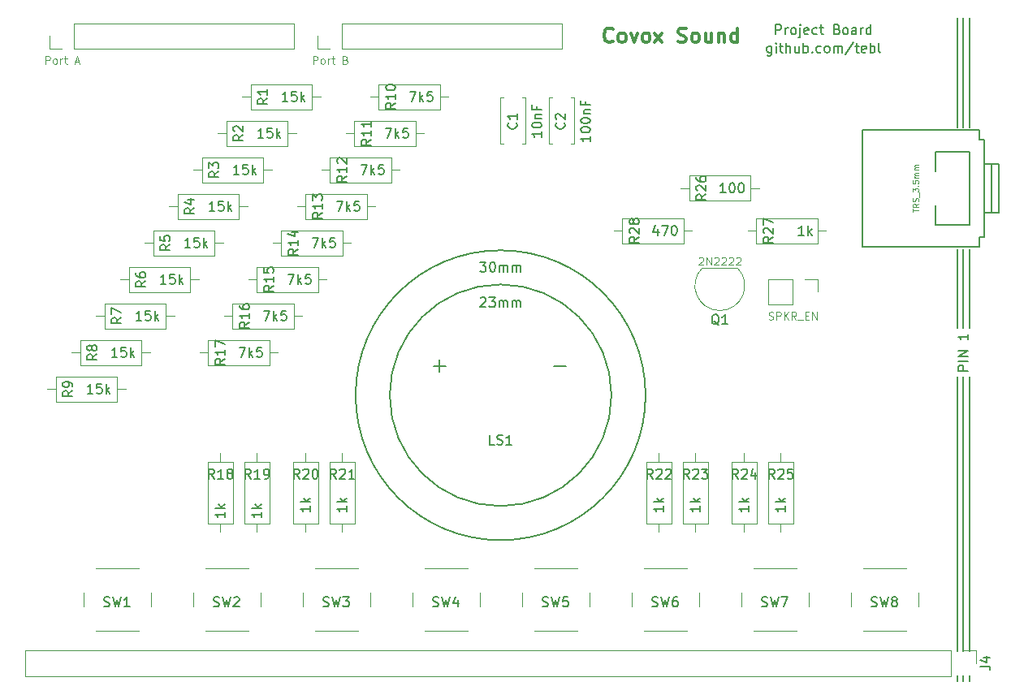
<source format=gto>
G04 #@! TF.GenerationSoftware,KiCad,Pcbnew,(5.1.5)-3*
G04 #@! TF.CreationDate,2020-10-11T23:54:53+02:00*
G04 #@! TF.ProjectId,PB-002 Covox Sound,50422d30-3032-4204-936f-766f7820536f,rev?*
G04 #@! TF.SameCoordinates,Original*
G04 #@! TF.FileFunction,Legend,Top*
G04 #@! TF.FilePolarity,Positive*
%FSLAX46Y46*%
G04 Gerber Fmt 4.6, Leading zero omitted, Abs format (unit mm)*
G04 Created by KiCad (PCBNEW (5.1.5)-3) date 2020-10-11 23:54:53*
%MOMM*%
%LPD*%
G04 APERTURE LIST*
%ADD10C,0.200000*%
%ADD11C,0.150000*%
%ADD12C,0.300000*%
%ADD13C,0.120000*%
%ADD14C,0.100000*%
G04 APERTURE END LIST*
D10*
X198755000Y-89535000D02*
X198755000Y-80010000D01*
X198120000Y-80010000D02*
X198120000Y-89535000D01*
X197485000Y-89535000D02*
X197485000Y-80010000D01*
X198755000Y-106680000D02*
X198755000Y-102235000D01*
X198120000Y-102235000D02*
X198120000Y-106680000D01*
X197485000Y-106680000D02*
X197485000Y-102235000D01*
X198755000Y-110490000D02*
X198755000Y-106680000D01*
X198120000Y-106680000D02*
X198120000Y-110490000D01*
X197485000Y-110490000D02*
X197485000Y-106680000D01*
X198755000Y-146685000D02*
X198755000Y-147320000D01*
X198120000Y-146685000D02*
X198120000Y-147320000D01*
X197485000Y-146685000D02*
X197485000Y-147320000D01*
X198755000Y-115570000D02*
X198755000Y-144145000D01*
X198120000Y-144145000D02*
X198120000Y-115570000D01*
X197485000Y-115570000D02*
X197485000Y-144145000D01*
X198755000Y-80010000D02*
X198755000Y-78105000D01*
X198120000Y-80010000D02*
X198120000Y-78105000D01*
X197485000Y-80010000D02*
X197485000Y-78105000D01*
D11*
X178110238Y-81065714D02*
X178110238Y-81875238D01*
X178062619Y-81970476D01*
X178015000Y-82018095D01*
X177919761Y-82065714D01*
X177776904Y-82065714D01*
X177681666Y-82018095D01*
X178110238Y-81684761D02*
X178015000Y-81732380D01*
X177824523Y-81732380D01*
X177729285Y-81684761D01*
X177681666Y-81637142D01*
X177634047Y-81541904D01*
X177634047Y-81256190D01*
X177681666Y-81160952D01*
X177729285Y-81113333D01*
X177824523Y-81065714D01*
X178015000Y-81065714D01*
X178110238Y-81113333D01*
X178586428Y-81732380D02*
X178586428Y-81065714D01*
X178586428Y-80732380D02*
X178538809Y-80780000D01*
X178586428Y-80827619D01*
X178634047Y-80780000D01*
X178586428Y-80732380D01*
X178586428Y-80827619D01*
X178919761Y-81065714D02*
X179300714Y-81065714D01*
X179062619Y-80732380D02*
X179062619Y-81589523D01*
X179110238Y-81684761D01*
X179205476Y-81732380D01*
X179300714Y-81732380D01*
X179634047Y-81732380D02*
X179634047Y-80732380D01*
X180062619Y-81732380D02*
X180062619Y-81208571D01*
X180015000Y-81113333D01*
X179919761Y-81065714D01*
X179776904Y-81065714D01*
X179681666Y-81113333D01*
X179634047Y-81160952D01*
X180967380Y-81065714D02*
X180967380Y-81732380D01*
X180538809Y-81065714D02*
X180538809Y-81589523D01*
X180586428Y-81684761D01*
X180681666Y-81732380D01*
X180824523Y-81732380D01*
X180919761Y-81684761D01*
X180967380Y-81637142D01*
X181443571Y-81732380D02*
X181443571Y-80732380D01*
X181443571Y-81113333D02*
X181538809Y-81065714D01*
X181729285Y-81065714D01*
X181824523Y-81113333D01*
X181872142Y-81160952D01*
X181919761Y-81256190D01*
X181919761Y-81541904D01*
X181872142Y-81637142D01*
X181824523Y-81684761D01*
X181729285Y-81732380D01*
X181538809Y-81732380D01*
X181443571Y-81684761D01*
X182348333Y-81637142D02*
X182395952Y-81684761D01*
X182348333Y-81732380D01*
X182300714Y-81684761D01*
X182348333Y-81637142D01*
X182348333Y-81732380D01*
X183253095Y-81684761D02*
X183157857Y-81732380D01*
X182967380Y-81732380D01*
X182872142Y-81684761D01*
X182824523Y-81637142D01*
X182776904Y-81541904D01*
X182776904Y-81256190D01*
X182824523Y-81160952D01*
X182872142Y-81113333D01*
X182967380Y-81065714D01*
X183157857Y-81065714D01*
X183253095Y-81113333D01*
X183824523Y-81732380D02*
X183729285Y-81684761D01*
X183681666Y-81637142D01*
X183634047Y-81541904D01*
X183634047Y-81256190D01*
X183681666Y-81160952D01*
X183729285Y-81113333D01*
X183824523Y-81065714D01*
X183967380Y-81065714D01*
X184062619Y-81113333D01*
X184110238Y-81160952D01*
X184157857Y-81256190D01*
X184157857Y-81541904D01*
X184110238Y-81637142D01*
X184062619Y-81684761D01*
X183967380Y-81732380D01*
X183824523Y-81732380D01*
X184586428Y-81732380D02*
X184586428Y-81065714D01*
X184586428Y-81160952D02*
X184634047Y-81113333D01*
X184729285Y-81065714D01*
X184872142Y-81065714D01*
X184967380Y-81113333D01*
X185015000Y-81208571D01*
X185015000Y-81732380D01*
X185015000Y-81208571D02*
X185062619Y-81113333D01*
X185157857Y-81065714D01*
X185300714Y-81065714D01*
X185395952Y-81113333D01*
X185443571Y-81208571D01*
X185443571Y-81732380D01*
X186634047Y-80684761D02*
X185776904Y-81970476D01*
X186824523Y-81065714D02*
X187205476Y-81065714D01*
X186967380Y-80732380D02*
X186967380Y-81589523D01*
X187015000Y-81684761D01*
X187110238Y-81732380D01*
X187205476Y-81732380D01*
X187919761Y-81684761D02*
X187824523Y-81732380D01*
X187634047Y-81732380D01*
X187538809Y-81684761D01*
X187491190Y-81589523D01*
X187491190Y-81208571D01*
X187538809Y-81113333D01*
X187634047Y-81065714D01*
X187824523Y-81065714D01*
X187919761Y-81113333D01*
X187967380Y-81208571D01*
X187967380Y-81303809D01*
X187491190Y-81399047D01*
X188395952Y-81732380D02*
X188395952Y-80732380D01*
X188395952Y-81113333D02*
X188491190Y-81065714D01*
X188681666Y-81065714D01*
X188776904Y-81113333D01*
X188824523Y-81160952D01*
X188872142Y-81256190D01*
X188872142Y-81541904D01*
X188824523Y-81637142D01*
X188776904Y-81684761D01*
X188681666Y-81732380D01*
X188491190Y-81732380D01*
X188395952Y-81684761D01*
X189443571Y-81732380D02*
X189348333Y-81684761D01*
X189300714Y-81589523D01*
X189300714Y-80732380D01*
X178562619Y-79827380D02*
X178562619Y-78827380D01*
X178943571Y-78827380D01*
X179038809Y-78875000D01*
X179086428Y-78922619D01*
X179134047Y-79017857D01*
X179134047Y-79160714D01*
X179086428Y-79255952D01*
X179038809Y-79303571D01*
X178943571Y-79351190D01*
X178562619Y-79351190D01*
X179562619Y-79827380D02*
X179562619Y-79160714D01*
X179562619Y-79351190D02*
X179610238Y-79255952D01*
X179657857Y-79208333D01*
X179753095Y-79160714D01*
X179848333Y-79160714D01*
X180324523Y-79827380D02*
X180229285Y-79779761D01*
X180181666Y-79732142D01*
X180134047Y-79636904D01*
X180134047Y-79351190D01*
X180181666Y-79255952D01*
X180229285Y-79208333D01*
X180324523Y-79160714D01*
X180467380Y-79160714D01*
X180562619Y-79208333D01*
X180610238Y-79255952D01*
X180657857Y-79351190D01*
X180657857Y-79636904D01*
X180610238Y-79732142D01*
X180562619Y-79779761D01*
X180467380Y-79827380D01*
X180324523Y-79827380D01*
X181086428Y-79160714D02*
X181086428Y-80017857D01*
X181038809Y-80113095D01*
X180943571Y-80160714D01*
X180895952Y-80160714D01*
X181086428Y-78827380D02*
X181038809Y-78875000D01*
X181086428Y-78922619D01*
X181134047Y-78875000D01*
X181086428Y-78827380D01*
X181086428Y-78922619D01*
X181943571Y-79779761D02*
X181848333Y-79827380D01*
X181657857Y-79827380D01*
X181562619Y-79779761D01*
X181515000Y-79684523D01*
X181515000Y-79303571D01*
X181562619Y-79208333D01*
X181657857Y-79160714D01*
X181848333Y-79160714D01*
X181943571Y-79208333D01*
X181991190Y-79303571D01*
X181991190Y-79398809D01*
X181515000Y-79494047D01*
X182848333Y-79779761D02*
X182753095Y-79827380D01*
X182562619Y-79827380D01*
X182467380Y-79779761D01*
X182419761Y-79732142D01*
X182372142Y-79636904D01*
X182372142Y-79351190D01*
X182419761Y-79255952D01*
X182467380Y-79208333D01*
X182562619Y-79160714D01*
X182753095Y-79160714D01*
X182848333Y-79208333D01*
X183134047Y-79160714D02*
X183515000Y-79160714D01*
X183276904Y-78827380D02*
X183276904Y-79684523D01*
X183324523Y-79779761D01*
X183419761Y-79827380D01*
X183515000Y-79827380D01*
X184943571Y-79303571D02*
X185086428Y-79351190D01*
X185134047Y-79398809D01*
X185181666Y-79494047D01*
X185181666Y-79636904D01*
X185134047Y-79732142D01*
X185086428Y-79779761D01*
X184991190Y-79827380D01*
X184610238Y-79827380D01*
X184610238Y-78827380D01*
X184943571Y-78827380D01*
X185038809Y-78875000D01*
X185086428Y-78922619D01*
X185134047Y-79017857D01*
X185134047Y-79113095D01*
X185086428Y-79208333D01*
X185038809Y-79255952D01*
X184943571Y-79303571D01*
X184610238Y-79303571D01*
X185753095Y-79827380D02*
X185657857Y-79779761D01*
X185610238Y-79732142D01*
X185562619Y-79636904D01*
X185562619Y-79351190D01*
X185610238Y-79255952D01*
X185657857Y-79208333D01*
X185753095Y-79160714D01*
X185895952Y-79160714D01*
X185991190Y-79208333D01*
X186038809Y-79255952D01*
X186086428Y-79351190D01*
X186086428Y-79636904D01*
X186038809Y-79732142D01*
X185991190Y-79779761D01*
X185895952Y-79827380D01*
X185753095Y-79827380D01*
X186943571Y-79827380D02*
X186943571Y-79303571D01*
X186895952Y-79208333D01*
X186800714Y-79160714D01*
X186610238Y-79160714D01*
X186515000Y-79208333D01*
X186943571Y-79779761D02*
X186848333Y-79827380D01*
X186610238Y-79827380D01*
X186515000Y-79779761D01*
X186467380Y-79684523D01*
X186467380Y-79589285D01*
X186515000Y-79494047D01*
X186610238Y-79446428D01*
X186848333Y-79446428D01*
X186943571Y-79398809D01*
X187419761Y-79827380D02*
X187419761Y-79160714D01*
X187419761Y-79351190D02*
X187467380Y-79255952D01*
X187515000Y-79208333D01*
X187610238Y-79160714D01*
X187705476Y-79160714D01*
X188467380Y-79827380D02*
X188467380Y-78827380D01*
X188467380Y-79779761D02*
X188372142Y-79827380D01*
X188181666Y-79827380D01*
X188086428Y-79779761D01*
X188038809Y-79732142D01*
X187991190Y-79636904D01*
X187991190Y-79351190D01*
X188038809Y-79255952D01*
X188086428Y-79208333D01*
X188181666Y-79160714D01*
X188372142Y-79160714D01*
X188467380Y-79208333D01*
D12*
X161568571Y-80545714D02*
X161497142Y-80617142D01*
X161282857Y-80688571D01*
X161140000Y-80688571D01*
X160925714Y-80617142D01*
X160782857Y-80474285D01*
X160711428Y-80331428D01*
X160640000Y-80045714D01*
X160640000Y-79831428D01*
X160711428Y-79545714D01*
X160782857Y-79402857D01*
X160925714Y-79260000D01*
X161140000Y-79188571D01*
X161282857Y-79188571D01*
X161497142Y-79260000D01*
X161568571Y-79331428D01*
X162425714Y-80688571D02*
X162282857Y-80617142D01*
X162211428Y-80545714D01*
X162140000Y-80402857D01*
X162140000Y-79974285D01*
X162211428Y-79831428D01*
X162282857Y-79760000D01*
X162425714Y-79688571D01*
X162640000Y-79688571D01*
X162782857Y-79760000D01*
X162854285Y-79831428D01*
X162925714Y-79974285D01*
X162925714Y-80402857D01*
X162854285Y-80545714D01*
X162782857Y-80617142D01*
X162640000Y-80688571D01*
X162425714Y-80688571D01*
X163425714Y-79688571D02*
X163782857Y-80688571D01*
X164140000Y-79688571D01*
X164925714Y-80688571D02*
X164782857Y-80617142D01*
X164711428Y-80545714D01*
X164640000Y-80402857D01*
X164640000Y-79974285D01*
X164711428Y-79831428D01*
X164782857Y-79760000D01*
X164925714Y-79688571D01*
X165140000Y-79688571D01*
X165282857Y-79760000D01*
X165354285Y-79831428D01*
X165425714Y-79974285D01*
X165425714Y-80402857D01*
X165354285Y-80545714D01*
X165282857Y-80617142D01*
X165140000Y-80688571D01*
X164925714Y-80688571D01*
X165925714Y-80688571D02*
X166711428Y-79688571D01*
X165925714Y-79688571D02*
X166711428Y-80688571D01*
X168354285Y-80617142D02*
X168568571Y-80688571D01*
X168925714Y-80688571D01*
X169068571Y-80617142D01*
X169140000Y-80545714D01*
X169211428Y-80402857D01*
X169211428Y-80260000D01*
X169140000Y-80117142D01*
X169068571Y-80045714D01*
X168925714Y-79974285D01*
X168640000Y-79902857D01*
X168497142Y-79831428D01*
X168425714Y-79760000D01*
X168354285Y-79617142D01*
X168354285Y-79474285D01*
X168425714Y-79331428D01*
X168497142Y-79260000D01*
X168640000Y-79188571D01*
X168997142Y-79188571D01*
X169211428Y-79260000D01*
X170068571Y-80688571D02*
X169925714Y-80617142D01*
X169854285Y-80545714D01*
X169782857Y-80402857D01*
X169782857Y-79974285D01*
X169854285Y-79831428D01*
X169925714Y-79760000D01*
X170068571Y-79688571D01*
X170282857Y-79688571D01*
X170425714Y-79760000D01*
X170497142Y-79831428D01*
X170568571Y-79974285D01*
X170568571Y-80402857D01*
X170497142Y-80545714D01*
X170425714Y-80617142D01*
X170282857Y-80688571D01*
X170068571Y-80688571D01*
X171854285Y-79688571D02*
X171854285Y-80688571D01*
X171211428Y-79688571D02*
X171211428Y-80474285D01*
X171282857Y-80617142D01*
X171425714Y-80688571D01*
X171640000Y-80688571D01*
X171782857Y-80617142D01*
X171854285Y-80545714D01*
X172568571Y-79688571D02*
X172568571Y-80688571D01*
X172568571Y-79831428D02*
X172640000Y-79760000D01*
X172782857Y-79688571D01*
X172997142Y-79688571D01*
X173140000Y-79760000D01*
X173211428Y-79902857D01*
X173211428Y-80688571D01*
X174568571Y-80688571D02*
X174568571Y-79188571D01*
X174568571Y-80617142D02*
X174425714Y-80688571D01*
X174140000Y-80688571D01*
X173997142Y-80617142D01*
X173925714Y-80545714D01*
X173854285Y-80402857D01*
X173854285Y-79974285D01*
X173925714Y-79831428D01*
X173997142Y-79760000D01*
X174140000Y-79688571D01*
X174425714Y-79688571D01*
X174568571Y-79760000D01*
D11*
X198572380Y-114910952D02*
X197572380Y-114910952D01*
X197572380Y-114530000D01*
X197620000Y-114434761D01*
X197667619Y-114387142D01*
X197762857Y-114339523D01*
X197905714Y-114339523D01*
X198000952Y-114387142D01*
X198048571Y-114434761D01*
X198096190Y-114530000D01*
X198096190Y-114910952D01*
X198572380Y-113910952D02*
X197572380Y-113910952D01*
X198572380Y-113434761D02*
X197572380Y-113434761D01*
X198572380Y-112863333D01*
X197572380Y-112863333D01*
X198572380Y-111101428D02*
X198572380Y-111672857D01*
X198572380Y-111387142D02*
X197572380Y-111387142D01*
X197715238Y-111482380D01*
X197810476Y-111577619D01*
X197858095Y-111672857D01*
X164973000Y-117475000D02*
G75*
G03X164973000Y-117475000I-15113000J0D01*
G01*
X161417000Y-117475000D02*
G75*
G03X161417000Y-117475000I-11557000J0D01*
G01*
X143510000Y-113792000D02*
X143510000Y-114935000D01*
X143510000Y-114935000D02*
X143510000Y-115062000D01*
X143510000Y-114427000D02*
X142875000Y-114427000D01*
X143510000Y-114427000D02*
X144145000Y-114427000D01*
X156083000Y-114427000D02*
X155448000Y-114427000D01*
X156083000Y-114427000D02*
X156718000Y-114427000D01*
D13*
X161635000Y-100330000D02*
X162525000Y-100330000D01*
X169835000Y-100330000D02*
X168945000Y-100330000D01*
X162525000Y-101640000D02*
X168945000Y-101640000D01*
X162525000Y-99020000D02*
X162525000Y-101640000D01*
X168945000Y-99020000D02*
X162525000Y-99020000D01*
X168945000Y-101640000D02*
X168945000Y-99020000D01*
X176820000Y-95885000D02*
X175930000Y-95885000D01*
X168620000Y-95885000D02*
X169510000Y-95885000D01*
X175930000Y-94575000D02*
X169510000Y-94575000D01*
X175930000Y-97195000D02*
X175930000Y-94575000D01*
X169510000Y-97195000D02*
X175930000Y-97195000D01*
X169510000Y-94575000D02*
X169510000Y-97195000D01*
X176495000Y-99020000D02*
X176495000Y-101640000D01*
X176495000Y-101640000D02*
X182915000Y-101640000D01*
X182915000Y-101640000D02*
X182915000Y-99020000D01*
X182915000Y-99020000D02*
X176495000Y-99020000D01*
X175605000Y-100330000D02*
X176495000Y-100330000D01*
X183805000Y-100330000D02*
X182915000Y-100330000D01*
X152440000Y-86450000D02*
X152440000Y-91270000D01*
X149820000Y-86450000D02*
X149820000Y-91270000D01*
X152440000Y-86450000D02*
X152126000Y-86450000D01*
X150134000Y-86450000D02*
X149820000Y-86450000D01*
X152440000Y-91270000D02*
X152126000Y-91270000D01*
X150134000Y-91270000D02*
X149820000Y-91270000D01*
X157520000Y-86450000D02*
X157520000Y-91270000D01*
X154900000Y-86450000D02*
X154900000Y-91270000D01*
X157520000Y-86450000D02*
X157206000Y-86450000D01*
X155214000Y-86450000D02*
X154900000Y-86450000D01*
X157520000Y-91270000D02*
X157206000Y-91270000D01*
X155214000Y-91270000D02*
X154900000Y-91270000D01*
X132040000Y-130845000D02*
X134660000Y-130845000D01*
X134660000Y-130845000D02*
X134660000Y-124425000D01*
X134660000Y-124425000D02*
X132040000Y-124425000D01*
X132040000Y-124425000D02*
X132040000Y-130845000D01*
X133350000Y-131735000D02*
X133350000Y-130845000D01*
X133350000Y-123535000D02*
X133350000Y-124425000D01*
X137125000Y-85050000D02*
X137125000Y-87670000D01*
X137125000Y-87670000D02*
X143545000Y-87670000D01*
X143545000Y-87670000D02*
X143545000Y-85050000D01*
X143545000Y-85050000D02*
X137125000Y-85050000D01*
X136235000Y-86360000D02*
X137125000Y-86360000D01*
X144435000Y-86360000D02*
X143545000Y-86360000D01*
X107680000Y-142025000D02*
X112180000Y-142025000D01*
X106430000Y-138025000D02*
X106430000Y-139525000D01*
X112180000Y-135525000D02*
X107680000Y-135525000D01*
X113430000Y-139525000D02*
X113430000Y-138025000D01*
X119110000Y-142025000D02*
X123610000Y-142025000D01*
X117860000Y-138025000D02*
X117860000Y-139525000D01*
X123610000Y-135525000D02*
X119110000Y-135525000D01*
X124860000Y-139525000D02*
X124860000Y-138025000D01*
X119340000Y-130845000D02*
X121960000Y-130845000D01*
X121960000Y-130845000D02*
X121960000Y-124425000D01*
X121960000Y-124425000D02*
X119340000Y-124425000D01*
X119340000Y-124425000D02*
X119340000Y-130845000D01*
X120650000Y-131735000D02*
X120650000Y-130845000D01*
X120650000Y-123535000D02*
X120650000Y-124425000D01*
X123150000Y-130845000D02*
X125770000Y-130845000D01*
X125770000Y-130845000D02*
X125770000Y-124425000D01*
X125770000Y-124425000D02*
X123150000Y-124425000D01*
X123150000Y-124425000D02*
X123150000Y-130845000D01*
X124460000Y-131735000D02*
X124460000Y-130845000D01*
X124460000Y-123535000D02*
X124460000Y-124425000D01*
X123790000Y-85050000D02*
X123790000Y-87670000D01*
X123790000Y-87670000D02*
X130210000Y-87670000D01*
X130210000Y-87670000D02*
X130210000Y-85050000D01*
X130210000Y-85050000D02*
X123790000Y-85050000D01*
X122900000Y-86360000D02*
X123790000Y-86360000D01*
X131100000Y-86360000D02*
X130210000Y-86360000D01*
X121250000Y-88860000D02*
X121250000Y-91480000D01*
X121250000Y-91480000D02*
X127670000Y-91480000D01*
X127670000Y-91480000D02*
X127670000Y-88860000D01*
X127670000Y-88860000D02*
X121250000Y-88860000D01*
X120360000Y-90170000D02*
X121250000Y-90170000D01*
X128560000Y-90170000D02*
X127670000Y-90170000D01*
X118710000Y-92670000D02*
X118710000Y-95290000D01*
X118710000Y-95290000D02*
X125130000Y-95290000D01*
X125130000Y-95290000D02*
X125130000Y-92670000D01*
X125130000Y-92670000D02*
X118710000Y-92670000D01*
X117820000Y-93980000D02*
X118710000Y-93980000D01*
X126020000Y-93980000D02*
X125130000Y-93980000D01*
X116170000Y-96480000D02*
X116170000Y-99100000D01*
X116170000Y-99100000D02*
X122590000Y-99100000D01*
X122590000Y-99100000D02*
X122590000Y-96480000D01*
X122590000Y-96480000D02*
X116170000Y-96480000D01*
X115280000Y-97790000D02*
X116170000Y-97790000D01*
X123480000Y-97790000D02*
X122590000Y-97790000D01*
X113630000Y-100290000D02*
X113630000Y-102910000D01*
X113630000Y-102910000D02*
X120050000Y-102910000D01*
X120050000Y-102910000D02*
X120050000Y-100290000D01*
X120050000Y-100290000D02*
X113630000Y-100290000D01*
X112740000Y-101600000D02*
X113630000Y-101600000D01*
X120940000Y-101600000D02*
X120050000Y-101600000D01*
X111090000Y-104100000D02*
X111090000Y-106720000D01*
X111090000Y-106720000D02*
X117510000Y-106720000D01*
X117510000Y-106720000D02*
X117510000Y-104100000D01*
X117510000Y-104100000D02*
X111090000Y-104100000D01*
X110200000Y-105410000D02*
X111090000Y-105410000D01*
X118400000Y-105410000D02*
X117510000Y-105410000D01*
X108550000Y-107910000D02*
X108550000Y-110530000D01*
X108550000Y-110530000D02*
X114970000Y-110530000D01*
X114970000Y-110530000D02*
X114970000Y-107910000D01*
X114970000Y-107910000D02*
X108550000Y-107910000D01*
X107660000Y-109220000D02*
X108550000Y-109220000D01*
X115860000Y-109220000D02*
X114970000Y-109220000D01*
X106010000Y-111720000D02*
X106010000Y-114340000D01*
X106010000Y-114340000D02*
X112430000Y-114340000D01*
X112430000Y-114340000D02*
X112430000Y-111720000D01*
X112430000Y-111720000D02*
X106010000Y-111720000D01*
X105120000Y-113030000D02*
X106010000Y-113030000D01*
X113320000Y-113030000D02*
X112430000Y-113030000D01*
X103470000Y-115530000D02*
X103470000Y-118150000D01*
X103470000Y-118150000D02*
X109890000Y-118150000D01*
X109890000Y-118150000D02*
X109890000Y-115530000D01*
X109890000Y-115530000D02*
X103470000Y-115530000D01*
X102580000Y-116840000D02*
X103470000Y-116840000D01*
X110780000Y-116840000D02*
X109890000Y-116840000D01*
X128230000Y-130845000D02*
X130850000Y-130845000D01*
X130850000Y-130845000D02*
X130850000Y-124425000D01*
X130850000Y-124425000D02*
X128230000Y-124425000D01*
X128230000Y-124425000D02*
X128230000Y-130845000D01*
X129540000Y-131735000D02*
X129540000Y-130845000D01*
X129540000Y-123535000D02*
X129540000Y-124425000D01*
X134585000Y-88860000D02*
X134585000Y-91480000D01*
X134585000Y-91480000D02*
X141005000Y-91480000D01*
X141005000Y-91480000D02*
X141005000Y-88860000D01*
X141005000Y-88860000D02*
X134585000Y-88860000D01*
X133695000Y-90170000D02*
X134585000Y-90170000D01*
X141895000Y-90170000D02*
X141005000Y-90170000D01*
X132045000Y-92670000D02*
X132045000Y-95290000D01*
X132045000Y-95290000D02*
X138465000Y-95290000D01*
X138465000Y-95290000D02*
X138465000Y-92670000D01*
X138465000Y-92670000D02*
X132045000Y-92670000D01*
X131155000Y-93980000D02*
X132045000Y-93980000D01*
X139355000Y-93980000D02*
X138465000Y-93980000D01*
X129505000Y-96480000D02*
X129505000Y-99100000D01*
X129505000Y-99100000D02*
X135925000Y-99100000D01*
X135925000Y-99100000D02*
X135925000Y-96480000D01*
X135925000Y-96480000D02*
X129505000Y-96480000D01*
X128615000Y-97790000D02*
X129505000Y-97790000D01*
X136815000Y-97790000D02*
X135925000Y-97790000D01*
X126965000Y-100290000D02*
X126965000Y-102910000D01*
X126965000Y-102910000D02*
X133385000Y-102910000D01*
X133385000Y-102910000D02*
X133385000Y-100290000D01*
X133385000Y-100290000D02*
X126965000Y-100290000D01*
X126075000Y-101600000D02*
X126965000Y-101600000D01*
X134275000Y-101600000D02*
X133385000Y-101600000D01*
X124425000Y-104100000D02*
X124425000Y-106720000D01*
X124425000Y-106720000D02*
X130845000Y-106720000D01*
X130845000Y-106720000D02*
X130845000Y-104100000D01*
X130845000Y-104100000D02*
X124425000Y-104100000D01*
X123535000Y-105410000D02*
X124425000Y-105410000D01*
X131735000Y-105410000D02*
X130845000Y-105410000D01*
X121885000Y-107910000D02*
X121885000Y-110530000D01*
X121885000Y-110530000D02*
X128305000Y-110530000D01*
X128305000Y-110530000D02*
X128305000Y-107910000D01*
X128305000Y-107910000D02*
X121885000Y-107910000D01*
X120995000Y-109220000D02*
X121885000Y-109220000D01*
X129195000Y-109220000D02*
X128305000Y-109220000D01*
X119345000Y-111720000D02*
X119345000Y-114340000D01*
X119345000Y-114340000D02*
X125765000Y-114340000D01*
X125765000Y-114340000D02*
X125765000Y-111720000D01*
X125765000Y-111720000D02*
X119345000Y-111720000D01*
X118455000Y-113030000D02*
X119345000Y-113030000D01*
X126655000Y-113030000D02*
X125765000Y-113030000D01*
X165060000Y-130845000D02*
X167680000Y-130845000D01*
X167680000Y-130845000D02*
X167680000Y-124425000D01*
X167680000Y-124425000D02*
X165060000Y-124425000D01*
X165060000Y-124425000D02*
X165060000Y-130845000D01*
X166370000Y-131735000D02*
X166370000Y-130845000D01*
X166370000Y-123535000D02*
X166370000Y-124425000D01*
X168870000Y-130845000D02*
X171490000Y-130845000D01*
X171490000Y-130845000D02*
X171490000Y-124425000D01*
X171490000Y-124425000D02*
X168870000Y-124425000D01*
X168870000Y-124425000D02*
X168870000Y-130845000D01*
X170180000Y-131735000D02*
X170180000Y-130845000D01*
X170180000Y-123535000D02*
X170180000Y-124425000D01*
X173950000Y-130845000D02*
X176570000Y-130845000D01*
X176570000Y-130845000D02*
X176570000Y-124425000D01*
X176570000Y-124425000D02*
X173950000Y-124425000D01*
X173950000Y-124425000D02*
X173950000Y-130845000D01*
X175260000Y-131735000D02*
X175260000Y-130845000D01*
X175260000Y-123535000D02*
X175260000Y-124425000D01*
X177760000Y-130845000D02*
X180380000Y-130845000D01*
X180380000Y-130845000D02*
X180380000Y-124425000D01*
X180380000Y-124425000D02*
X177760000Y-124425000D01*
X177760000Y-124425000D02*
X177760000Y-130845000D01*
X179070000Y-131735000D02*
X179070000Y-130845000D01*
X179070000Y-123535000D02*
X179070000Y-124425000D01*
X130540000Y-142025000D02*
X135040000Y-142025000D01*
X129290000Y-138025000D02*
X129290000Y-139525000D01*
X135040000Y-135525000D02*
X130540000Y-135525000D01*
X136290000Y-139525000D02*
X136290000Y-138025000D01*
X141970000Y-142025000D02*
X146470000Y-142025000D01*
X140720000Y-138025000D02*
X140720000Y-139525000D01*
X146470000Y-135525000D02*
X141970000Y-135525000D01*
X147720000Y-139525000D02*
X147720000Y-138025000D01*
X153400000Y-142025000D02*
X157900000Y-142025000D01*
X152150000Y-138025000D02*
X152150000Y-139525000D01*
X157900000Y-135525000D02*
X153400000Y-135525000D01*
X159150000Y-139525000D02*
X159150000Y-138025000D01*
X164830000Y-142025000D02*
X169330000Y-142025000D01*
X163580000Y-138025000D02*
X163580000Y-139525000D01*
X169330000Y-135525000D02*
X164830000Y-135525000D01*
X170580000Y-139525000D02*
X170580000Y-138025000D01*
X176260000Y-142025000D02*
X180760000Y-142025000D01*
X175010000Y-138025000D02*
X175010000Y-139525000D01*
X180760000Y-135525000D02*
X176260000Y-135525000D01*
X182010000Y-139525000D02*
X182010000Y-138025000D01*
X187690000Y-142025000D02*
X192190000Y-142025000D01*
X186440000Y-138025000D02*
X186440000Y-139525000D01*
X192190000Y-135525000D02*
X187690000Y-135525000D01*
X193440000Y-139525000D02*
X193440000Y-138025000D01*
X128330000Y-81340000D02*
X128330000Y-78680000D01*
X105410000Y-81340000D02*
X128330000Y-81340000D01*
X105410000Y-78680000D02*
X128330000Y-78680000D01*
X105410000Y-81340000D02*
X105410000Y-78680000D01*
X104140000Y-81340000D02*
X102810000Y-81340000D01*
X102810000Y-81340000D02*
X102810000Y-80010000D01*
X100270000Y-144085000D02*
X100270000Y-146745000D01*
X196850000Y-144085000D02*
X100270000Y-144085000D01*
X196850000Y-146745000D02*
X100270000Y-146745000D01*
X196850000Y-144085000D02*
X196850000Y-146745000D01*
X198120000Y-144085000D02*
X199450000Y-144085000D01*
X199450000Y-144085000D02*
X199450000Y-145415000D01*
X156270000Y-81340000D02*
X156270000Y-78680000D01*
X133350000Y-81340000D02*
X156270000Y-81340000D01*
X133350000Y-78680000D02*
X156270000Y-78680000D01*
X133350000Y-81340000D02*
X133350000Y-78680000D01*
X132080000Y-81340000D02*
X130750000Y-81340000D01*
X130750000Y-81340000D02*
X130750000Y-80010000D01*
D11*
X195199000Y-94107000D02*
X195199000Y-92075000D01*
X195199000Y-92075000D02*
X198755000Y-92075000D01*
X198755000Y-92075000D02*
X198755000Y-99695000D01*
X198755000Y-99695000D02*
X195199000Y-99695000D01*
X195199000Y-99695000D02*
X195199000Y-97663000D01*
X199771000Y-90805000D02*
X199771000Y-89789000D01*
X199771000Y-101981000D02*
X199771000Y-100965000D01*
X201803000Y-93345000D02*
X200279000Y-93345000D01*
X200279000Y-98425000D02*
X201803000Y-98425000D01*
X201041000Y-93345000D02*
X201041000Y-98425000D01*
X199771000Y-90805000D02*
X200025000Y-90805000D01*
X200025000Y-90805000D02*
X200279000Y-90805000D01*
X200279000Y-90805000D02*
X200279000Y-100965000D01*
X200279000Y-100965000D02*
X199771000Y-100965000D01*
X201803000Y-93345000D02*
X201803000Y-98425000D01*
X187579000Y-89789000D02*
X199771000Y-89789000D01*
X199771000Y-101981000D02*
X187579000Y-101981000D01*
X187579000Y-101981000D02*
X187579000Y-89789000D01*
D13*
X177740000Y-105350000D02*
X177740000Y-108010000D01*
X180340000Y-105350000D02*
X177740000Y-105350000D01*
X180340000Y-108010000D02*
X177740000Y-108010000D01*
X180340000Y-105350000D02*
X180340000Y-108010000D01*
X181610000Y-105350000D02*
X182940000Y-105350000D01*
X182940000Y-105350000D02*
X182940000Y-106680000D01*
X170881522Y-104206522D02*
G75*
G03X172720000Y-108645000I1838478J-1838478D01*
G01*
X174558478Y-104206522D02*
G75*
G02X172720000Y-108645000I-1838478J-1838478D01*
G01*
X174520000Y-104195000D02*
X170920000Y-104195000D01*
D11*
X149217142Y-122626380D02*
X148740952Y-122626380D01*
X148740952Y-121626380D01*
X149502857Y-122578761D02*
X149645714Y-122626380D01*
X149883809Y-122626380D01*
X149979047Y-122578761D01*
X150026666Y-122531142D01*
X150074285Y-122435904D01*
X150074285Y-122340666D01*
X150026666Y-122245428D01*
X149979047Y-122197809D01*
X149883809Y-122150190D01*
X149693333Y-122102571D01*
X149598095Y-122054952D01*
X149550476Y-122007333D01*
X149502857Y-121912095D01*
X149502857Y-121816857D01*
X149550476Y-121721619D01*
X149598095Y-121674000D01*
X149693333Y-121626380D01*
X149931428Y-121626380D01*
X150074285Y-121674000D01*
X151026666Y-122626380D02*
X150455238Y-122626380D01*
X150740952Y-122626380D02*
X150740952Y-121626380D01*
X150645714Y-121769238D01*
X150550476Y-121864476D01*
X150455238Y-121912095D01*
X147717142Y-103592380D02*
X148336190Y-103592380D01*
X148002857Y-103973333D01*
X148145714Y-103973333D01*
X148240952Y-104020952D01*
X148288571Y-104068571D01*
X148336190Y-104163809D01*
X148336190Y-104401904D01*
X148288571Y-104497142D01*
X148240952Y-104544761D01*
X148145714Y-104592380D01*
X147860000Y-104592380D01*
X147764761Y-104544761D01*
X147717142Y-104497142D01*
X148955238Y-103592380D02*
X149050476Y-103592380D01*
X149145714Y-103640000D01*
X149193333Y-103687619D01*
X149240952Y-103782857D01*
X149288571Y-103973333D01*
X149288571Y-104211428D01*
X149240952Y-104401904D01*
X149193333Y-104497142D01*
X149145714Y-104544761D01*
X149050476Y-104592380D01*
X148955238Y-104592380D01*
X148860000Y-104544761D01*
X148812380Y-104497142D01*
X148764761Y-104401904D01*
X148717142Y-104211428D01*
X148717142Y-103973333D01*
X148764761Y-103782857D01*
X148812380Y-103687619D01*
X148860000Y-103640000D01*
X148955238Y-103592380D01*
X149717142Y-104592380D02*
X149717142Y-103925714D01*
X149717142Y-104020952D02*
X149764761Y-103973333D01*
X149860000Y-103925714D01*
X150002857Y-103925714D01*
X150098095Y-103973333D01*
X150145714Y-104068571D01*
X150145714Y-104592380D01*
X150145714Y-104068571D02*
X150193333Y-103973333D01*
X150288571Y-103925714D01*
X150431428Y-103925714D01*
X150526666Y-103973333D01*
X150574285Y-104068571D01*
X150574285Y-104592380D01*
X151050476Y-104592380D02*
X151050476Y-103925714D01*
X151050476Y-104020952D02*
X151098095Y-103973333D01*
X151193333Y-103925714D01*
X151336190Y-103925714D01*
X151431428Y-103973333D01*
X151479047Y-104068571D01*
X151479047Y-104592380D01*
X151479047Y-104068571D02*
X151526666Y-103973333D01*
X151621904Y-103925714D01*
X151764761Y-103925714D01*
X151860000Y-103973333D01*
X151907619Y-104068571D01*
X151907619Y-104592380D01*
X147764761Y-107370619D02*
X147812380Y-107323000D01*
X147907619Y-107275380D01*
X148145714Y-107275380D01*
X148240952Y-107323000D01*
X148288571Y-107370619D01*
X148336190Y-107465857D01*
X148336190Y-107561095D01*
X148288571Y-107703952D01*
X147717142Y-108275380D01*
X148336190Y-108275380D01*
X148669523Y-107275380D02*
X149288571Y-107275380D01*
X148955238Y-107656333D01*
X149098095Y-107656333D01*
X149193333Y-107703952D01*
X149240952Y-107751571D01*
X149288571Y-107846809D01*
X149288571Y-108084904D01*
X149240952Y-108180142D01*
X149193333Y-108227761D01*
X149098095Y-108275380D01*
X148812380Y-108275380D01*
X148717142Y-108227761D01*
X148669523Y-108180142D01*
X149717142Y-108275380D02*
X149717142Y-107608714D01*
X149717142Y-107703952D02*
X149764761Y-107656333D01*
X149860000Y-107608714D01*
X150002857Y-107608714D01*
X150098095Y-107656333D01*
X150145714Y-107751571D01*
X150145714Y-108275380D01*
X150145714Y-107751571D02*
X150193333Y-107656333D01*
X150288571Y-107608714D01*
X150431428Y-107608714D01*
X150526666Y-107656333D01*
X150574285Y-107751571D01*
X150574285Y-108275380D01*
X151050476Y-108275380D02*
X151050476Y-107608714D01*
X151050476Y-107703952D02*
X151098095Y-107656333D01*
X151193333Y-107608714D01*
X151336190Y-107608714D01*
X151431428Y-107656333D01*
X151479047Y-107751571D01*
X151479047Y-108275380D01*
X151479047Y-107751571D02*
X151526666Y-107656333D01*
X151621904Y-107608714D01*
X151764761Y-107608714D01*
X151860000Y-107656333D01*
X151907619Y-107751571D01*
X151907619Y-108275380D01*
X164282380Y-100972857D02*
X163806190Y-101306190D01*
X164282380Y-101544285D02*
X163282380Y-101544285D01*
X163282380Y-101163333D01*
X163330000Y-101068095D01*
X163377619Y-101020476D01*
X163472857Y-100972857D01*
X163615714Y-100972857D01*
X163710952Y-101020476D01*
X163758571Y-101068095D01*
X163806190Y-101163333D01*
X163806190Y-101544285D01*
X163377619Y-100591904D02*
X163330000Y-100544285D01*
X163282380Y-100449047D01*
X163282380Y-100210952D01*
X163330000Y-100115714D01*
X163377619Y-100068095D01*
X163472857Y-100020476D01*
X163568095Y-100020476D01*
X163710952Y-100068095D01*
X164282380Y-100639523D01*
X164282380Y-100020476D01*
X163710952Y-99449047D02*
X163663333Y-99544285D01*
X163615714Y-99591904D01*
X163520476Y-99639523D01*
X163472857Y-99639523D01*
X163377619Y-99591904D01*
X163330000Y-99544285D01*
X163282380Y-99449047D01*
X163282380Y-99258571D01*
X163330000Y-99163333D01*
X163377619Y-99115714D01*
X163472857Y-99068095D01*
X163520476Y-99068095D01*
X163615714Y-99115714D01*
X163663333Y-99163333D01*
X163710952Y-99258571D01*
X163710952Y-99449047D01*
X163758571Y-99544285D01*
X163806190Y-99591904D01*
X163901428Y-99639523D01*
X164091904Y-99639523D01*
X164187142Y-99591904D01*
X164234761Y-99544285D01*
X164282380Y-99449047D01*
X164282380Y-99258571D01*
X164234761Y-99163333D01*
X164187142Y-99115714D01*
X164091904Y-99068095D01*
X163901428Y-99068095D01*
X163806190Y-99115714D01*
X163758571Y-99163333D01*
X163710952Y-99258571D01*
X166243095Y-100115714D02*
X166243095Y-100782380D01*
X166005000Y-99734761D02*
X165766904Y-100449047D01*
X166385952Y-100449047D01*
X166671666Y-99782380D02*
X167338333Y-99782380D01*
X166909761Y-100782380D01*
X167909761Y-99782380D02*
X168005000Y-99782380D01*
X168100238Y-99830000D01*
X168147857Y-99877619D01*
X168195476Y-99972857D01*
X168243095Y-100163333D01*
X168243095Y-100401428D01*
X168195476Y-100591904D01*
X168147857Y-100687142D01*
X168100238Y-100734761D01*
X168005000Y-100782380D01*
X167909761Y-100782380D01*
X167814523Y-100734761D01*
X167766904Y-100687142D01*
X167719285Y-100591904D01*
X167671666Y-100401428D01*
X167671666Y-100163333D01*
X167719285Y-99972857D01*
X167766904Y-99877619D01*
X167814523Y-99830000D01*
X167909761Y-99782380D01*
X171267380Y-96527857D02*
X170791190Y-96861190D01*
X171267380Y-97099285D02*
X170267380Y-97099285D01*
X170267380Y-96718333D01*
X170315000Y-96623095D01*
X170362619Y-96575476D01*
X170457857Y-96527857D01*
X170600714Y-96527857D01*
X170695952Y-96575476D01*
X170743571Y-96623095D01*
X170791190Y-96718333D01*
X170791190Y-97099285D01*
X170362619Y-96146904D02*
X170315000Y-96099285D01*
X170267380Y-96004047D01*
X170267380Y-95765952D01*
X170315000Y-95670714D01*
X170362619Y-95623095D01*
X170457857Y-95575476D01*
X170553095Y-95575476D01*
X170695952Y-95623095D01*
X171267380Y-96194523D01*
X171267380Y-95575476D01*
X170267380Y-94718333D02*
X170267380Y-94908809D01*
X170315000Y-95004047D01*
X170362619Y-95051666D01*
X170505476Y-95146904D01*
X170695952Y-95194523D01*
X171076904Y-95194523D01*
X171172142Y-95146904D01*
X171219761Y-95099285D01*
X171267380Y-95004047D01*
X171267380Y-94813571D01*
X171219761Y-94718333D01*
X171172142Y-94670714D01*
X171076904Y-94623095D01*
X170838809Y-94623095D01*
X170743571Y-94670714D01*
X170695952Y-94718333D01*
X170648333Y-94813571D01*
X170648333Y-95004047D01*
X170695952Y-95099285D01*
X170743571Y-95146904D01*
X170838809Y-95194523D01*
X173323333Y-96337380D02*
X172751904Y-96337380D01*
X173037619Y-96337380D02*
X173037619Y-95337380D01*
X172942380Y-95480238D01*
X172847142Y-95575476D01*
X172751904Y-95623095D01*
X173942380Y-95337380D02*
X174037619Y-95337380D01*
X174132857Y-95385000D01*
X174180476Y-95432619D01*
X174228095Y-95527857D01*
X174275714Y-95718333D01*
X174275714Y-95956428D01*
X174228095Y-96146904D01*
X174180476Y-96242142D01*
X174132857Y-96289761D01*
X174037619Y-96337380D01*
X173942380Y-96337380D01*
X173847142Y-96289761D01*
X173799523Y-96242142D01*
X173751904Y-96146904D01*
X173704285Y-95956428D01*
X173704285Y-95718333D01*
X173751904Y-95527857D01*
X173799523Y-95432619D01*
X173847142Y-95385000D01*
X173942380Y-95337380D01*
X174894761Y-95337380D02*
X174990000Y-95337380D01*
X175085238Y-95385000D01*
X175132857Y-95432619D01*
X175180476Y-95527857D01*
X175228095Y-95718333D01*
X175228095Y-95956428D01*
X175180476Y-96146904D01*
X175132857Y-96242142D01*
X175085238Y-96289761D01*
X174990000Y-96337380D01*
X174894761Y-96337380D01*
X174799523Y-96289761D01*
X174751904Y-96242142D01*
X174704285Y-96146904D01*
X174656666Y-95956428D01*
X174656666Y-95718333D01*
X174704285Y-95527857D01*
X174751904Y-95432619D01*
X174799523Y-95385000D01*
X174894761Y-95337380D01*
X178252380Y-100972857D02*
X177776190Y-101306190D01*
X178252380Y-101544285D02*
X177252380Y-101544285D01*
X177252380Y-101163333D01*
X177300000Y-101068095D01*
X177347619Y-101020476D01*
X177442857Y-100972857D01*
X177585714Y-100972857D01*
X177680952Y-101020476D01*
X177728571Y-101068095D01*
X177776190Y-101163333D01*
X177776190Y-101544285D01*
X177347619Y-100591904D02*
X177300000Y-100544285D01*
X177252380Y-100449047D01*
X177252380Y-100210952D01*
X177300000Y-100115714D01*
X177347619Y-100068095D01*
X177442857Y-100020476D01*
X177538095Y-100020476D01*
X177680952Y-100068095D01*
X178252380Y-100639523D01*
X178252380Y-100020476D01*
X177252380Y-99687142D02*
X177252380Y-99020476D01*
X178252380Y-99449047D01*
X181490952Y-100782380D02*
X180919523Y-100782380D01*
X181205238Y-100782380D02*
X181205238Y-99782380D01*
X181110000Y-99925238D01*
X181014761Y-100020476D01*
X180919523Y-100068095D01*
X181919523Y-100782380D02*
X181919523Y-99782380D01*
X182014761Y-100401428D02*
X182300476Y-100782380D01*
X182300476Y-100115714D02*
X181919523Y-100496666D01*
X151487142Y-89066666D02*
X151534761Y-89114285D01*
X151582380Y-89257142D01*
X151582380Y-89352380D01*
X151534761Y-89495238D01*
X151439523Y-89590476D01*
X151344285Y-89638095D01*
X151153809Y-89685714D01*
X151010952Y-89685714D01*
X150820476Y-89638095D01*
X150725238Y-89590476D01*
X150630000Y-89495238D01*
X150582380Y-89352380D01*
X150582380Y-89257142D01*
X150630000Y-89114285D01*
X150677619Y-89066666D01*
X151582380Y-88114285D02*
X151582380Y-88685714D01*
X151582380Y-88400000D02*
X150582380Y-88400000D01*
X150725238Y-88495238D01*
X150820476Y-88590476D01*
X150868095Y-88685714D01*
X154122380Y-89971428D02*
X154122380Y-90542857D01*
X154122380Y-90257142D02*
X153122380Y-90257142D01*
X153265238Y-90352380D01*
X153360476Y-90447619D01*
X153408095Y-90542857D01*
X153122380Y-89352380D02*
X153122380Y-89257142D01*
X153170000Y-89161904D01*
X153217619Y-89114285D01*
X153312857Y-89066666D01*
X153503333Y-89019047D01*
X153741428Y-89019047D01*
X153931904Y-89066666D01*
X154027142Y-89114285D01*
X154074761Y-89161904D01*
X154122380Y-89257142D01*
X154122380Y-89352380D01*
X154074761Y-89447619D01*
X154027142Y-89495238D01*
X153931904Y-89542857D01*
X153741428Y-89590476D01*
X153503333Y-89590476D01*
X153312857Y-89542857D01*
X153217619Y-89495238D01*
X153170000Y-89447619D01*
X153122380Y-89352380D01*
X153455714Y-88590476D02*
X154122380Y-88590476D01*
X153550952Y-88590476D02*
X153503333Y-88542857D01*
X153455714Y-88447619D01*
X153455714Y-88304761D01*
X153503333Y-88209523D01*
X153598571Y-88161904D01*
X154122380Y-88161904D01*
X153598571Y-87352380D02*
X153598571Y-87685714D01*
X154122380Y-87685714D02*
X153122380Y-87685714D01*
X153122380Y-87209523D01*
X156482143Y-89066666D02*
X156529762Y-89114285D01*
X156577381Y-89257142D01*
X156577381Y-89352380D01*
X156529762Y-89495238D01*
X156434524Y-89590476D01*
X156339286Y-89638095D01*
X156148810Y-89685714D01*
X156005953Y-89685714D01*
X155815477Y-89638095D01*
X155720239Y-89590476D01*
X155625001Y-89495238D01*
X155577381Y-89352380D01*
X155577381Y-89257142D01*
X155625001Y-89114285D01*
X155672620Y-89066666D01*
X155672620Y-88685714D02*
X155625001Y-88638095D01*
X155577381Y-88542857D01*
X155577381Y-88304761D01*
X155625001Y-88209523D01*
X155672620Y-88161904D01*
X155767858Y-88114285D01*
X155863096Y-88114285D01*
X156005953Y-88161904D01*
X156577381Y-88733333D01*
X156577381Y-88114285D01*
X159202380Y-90447619D02*
X159202380Y-91019047D01*
X159202380Y-90733333D02*
X158202380Y-90733333D01*
X158345238Y-90828571D01*
X158440476Y-90923809D01*
X158488095Y-91019047D01*
X158202380Y-89828571D02*
X158202380Y-89733333D01*
X158250000Y-89638095D01*
X158297619Y-89590476D01*
X158392857Y-89542857D01*
X158583333Y-89495238D01*
X158821428Y-89495238D01*
X159011904Y-89542857D01*
X159107142Y-89590476D01*
X159154761Y-89638095D01*
X159202380Y-89733333D01*
X159202380Y-89828571D01*
X159154761Y-89923809D01*
X159107142Y-89971428D01*
X159011904Y-90019047D01*
X158821428Y-90066666D01*
X158583333Y-90066666D01*
X158392857Y-90019047D01*
X158297619Y-89971428D01*
X158250000Y-89923809D01*
X158202380Y-89828571D01*
X158202380Y-88876190D02*
X158202380Y-88780952D01*
X158250000Y-88685714D01*
X158297619Y-88638095D01*
X158392857Y-88590476D01*
X158583333Y-88542857D01*
X158821428Y-88542857D01*
X159011904Y-88590476D01*
X159107142Y-88638095D01*
X159154761Y-88685714D01*
X159202380Y-88780952D01*
X159202380Y-88876190D01*
X159154761Y-88971428D01*
X159107142Y-89019047D01*
X159011904Y-89066666D01*
X158821428Y-89114285D01*
X158583333Y-89114285D01*
X158392857Y-89066666D01*
X158297619Y-89019047D01*
X158250000Y-88971428D01*
X158202380Y-88876190D01*
X158535714Y-88114285D02*
X159202380Y-88114285D01*
X158630952Y-88114285D02*
X158583333Y-88066666D01*
X158535714Y-87971428D01*
X158535714Y-87828571D01*
X158583333Y-87733333D01*
X158678571Y-87685714D01*
X159202380Y-87685714D01*
X158678571Y-86876190D02*
X158678571Y-87209523D01*
X159202380Y-87209523D02*
X158202380Y-87209523D01*
X158202380Y-86733333D01*
X132707142Y-126182380D02*
X132373809Y-125706190D01*
X132135714Y-126182380D02*
X132135714Y-125182380D01*
X132516666Y-125182380D01*
X132611904Y-125230000D01*
X132659523Y-125277619D01*
X132707142Y-125372857D01*
X132707142Y-125515714D01*
X132659523Y-125610952D01*
X132611904Y-125658571D01*
X132516666Y-125706190D01*
X132135714Y-125706190D01*
X133088095Y-125277619D02*
X133135714Y-125230000D01*
X133230952Y-125182380D01*
X133469047Y-125182380D01*
X133564285Y-125230000D01*
X133611904Y-125277619D01*
X133659523Y-125372857D01*
X133659523Y-125468095D01*
X133611904Y-125610952D01*
X133040476Y-126182380D01*
X133659523Y-126182380D01*
X134611904Y-126182380D02*
X134040476Y-126182380D01*
X134326190Y-126182380D02*
X134326190Y-125182380D01*
X134230952Y-125325238D01*
X134135714Y-125420476D01*
X134040476Y-125468095D01*
X133802380Y-129024047D02*
X133802380Y-129595476D01*
X133802380Y-129309761D02*
X132802380Y-129309761D01*
X132945238Y-129405000D01*
X133040476Y-129500238D01*
X133088095Y-129595476D01*
X133802380Y-128595476D02*
X132802380Y-128595476D01*
X133421428Y-128500238D02*
X133802380Y-128214523D01*
X133135714Y-128214523D02*
X133516666Y-128595476D01*
X138882380Y-87002857D02*
X138406190Y-87336190D01*
X138882380Y-87574285D02*
X137882380Y-87574285D01*
X137882380Y-87193333D01*
X137930000Y-87098095D01*
X137977619Y-87050476D01*
X138072857Y-87002857D01*
X138215714Y-87002857D01*
X138310952Y-87050476D01*
X138358571Y-87098095D01*
X138406190Y-87193333D01*
X138406190Y-87574285D01*
X138882380Y-86050476D02*
X138882380Y-86621904D01*
X138882380Y-86336190D02*
X137882380Y-86336190D01*
X138025238Y-86431428D01*
X138120476Y-86526666D01*
X138168095Y-86621904D01*
X137882380Y-85431428D02*
X137882380Y-85336190D01*
X137930000Y-85240952D01*
X137977619Y-85193333D01*
X138072857Y-85145714D01*
X138263333Y-85098095D01*
X138501428Y-85098095D01*
X138691904Y-85145714D01*
X138787142Y-85193333D01*
X138834761Y-85240952D01*
X138882380Y-85336190D01*
X138882380Y-85431428D01*
X138834761Y-85526666D01*
X138787142Y-85574285D01*
X138691904Y-85621904D01*
X138501428Y-85669523D01*
X138263333Y-85669523D01*
X138072857Y-85621904D01*
X137977619Y-85574285D01*
X137930000Y-85526666D01*
X137882380Y-85431428D01*
X140390714Y-85812380D02*
X141057380Y-85812380D01*
X140628809Y-86812380D01*
X141438333Y-86812380D02*
X141438333Y-85812380D01*
X141533571Y-86431428D02*
X141819285Y-86812380D01*
X141819285Y-86145714D02*
X141438333Y-86526666D01*
X142724047Y-85812380D02*
X142247857Y-85812380D01*
X142200238Y-86288571D01*
X142247857Y-86240952D01*
X142343095Y-86193333D01*
X142581190Y-86193333D01*
X142676428Y-86240952D01*
X142724047Y-86288571D01*
X142771666Y-86383809D01*
X142771666Y-86621904D01*
X142724047Y-86717142D01*
X142676428Y-86764761D01*
X142581190Y-86812380D01*
X142343095Y-86812380D01*
X142247857Y-86764761D01*
X142200238Y-86717142D01*
X108521666Y-139469761D02*
X108664523Y-139517380D01*
X108902619Y-139517380D01*
X108997857Y-139469761D01*
X109045476Y-139422142D01*
X109093095Y-139326904D01*
X109093095Y-139231666D01*
X109045476Y-139136428D01*
X108997857Y-139088809D01*
X108902619Y-139041190D01*
X108712142Y-138993571D01*
X108616904Y-138945952D01*
X108569285Y-138898333D01*
X108521666Y-138803095D01*
X108521666Y-138707857D01*
X108569285Y-138612619D01*
X108616904Y-138565000D01*
X108712142Y-138517380D01*
X108950238Y-138517380D01*
X109093095Y-138565000D01*
X109426428Y-138517380D02*
X109664523Y-139517380D01*
X109855000Y-138803095D01*
X110045476Y-139517380D01*
X110283571Y-138517380D01*
X111188333Y-139517380D02*
X110616904Y-139517380D01*
X110902619Y-139517380D02*
X110902619Y-138517380D01*
X110807380Y-138660238D01*
X110712142Y-138755476D01*
X110616904Y-138803095D01*
X119951666Y-139469761D02*
X120094523Y-139517380D01*
X120332619Y-139517380D01*
X120427857Y-139469761D01*
X120475476Y-139422142D01*
X120523095Y-139326904D01*
X120523095Y-139231666D01*
X120475476Y-139136428D01*
X120427857Y-139088809D01*
X120332619Y-139041190D01*
X120142142Y-138993571D01*
X120046904Y-138945952D01*
X119999285Y-138898333D01*
X119951666Y-138803095D01*
X119951666Y-138707857D01*
X119999285Y-138612619D01*
X120046904Y-138565000D01*
X120142142Y-138517380D01*
X120380238Y-138517380D01*
X120523095Y-138565000D01*
X120856428Y-138517380D02*
X121094523Y-139517380D01*
X121285000Y-138803095D01*
X121475476Y-139517380D01*
X121713571Y-138517380D01*
X122046904Y-138612619D02*
X122094523Y-138565000D01*
X122189761Y-138517380D01*
X122427857Y-138517380D01*
X122523095Y-138565000D01*
X122570714Y-138612619D01*
X122618333Y-138707857D01*
X122618333Y-138803095D01*
X122570714Y-138945952D01*
X121999285Y-139517380D01*
X122618333Y-139517380D01*
X120007142Y-126182380D02*
X119673809Y-125706190D01*
X119435714Y-126182380D02*
X119435714Y-125182380D01*
X119816666Y-125182380D01*
X119911904Y-125230000D01*
X119959523Y-125277619D01*
X120007142Y-125372857D01*
X120007142Y-125515714D01*
X119959523Y-125610952D01*
X119911904Y-125658571D01*
X119816666Y-125706190D01*
X119435714Y-125706190D01*
X120959523Y-126182380D02*
X120388095Y-126182380D01*
X120673809Y-126182380D02*
X120673809Y-125182380D01*
X120578571Y-125325238D01*
X120483333Y-125420476D01*
X120388095Y-125468095D01*
X121530952Y-125610952D02*
X121435714Y-125563333D01*
X121388095Y-125515714D01*
X121340476Y-125420476D01*
X121340476Y-125372857D01*
X121388095Y-125277619D01*
X121435714Y-125230000D01*
X121530952Y-125182380D01*
X121721428Y-125182380D01*
X121816666Y-125230000D01*
X121864285Y-125277619D01*
X121911904Y-125372857D01*
X121911904Y-125420476D01*
X121864285Y-125515714D01*
X121816666Y-125563333D01*
X121721428Y-125610952D01*
X121530952Y-125610952D01*
X121435714Y-125658571D01*
X121388095Y-125706190D01*
X121340476Y-125801428D01*
X121340476Y-125991904D01*
X121388095Y-126087142D01*
X121435714Y-126134761D01*
X121530952Y-126182380D01*
X121721428Y-126182380D01*
X121816666Y-126134761D01*
X121864285Y-126087142D01*
X121911904Y-125991904D01*
X121911904Y-125801428D01*
X121864285Y-125706190D01*
X121816666Y-125658571D01*
X121721428Y-125610952D01*
X121102380Y-129659047D02*
X121102380Y-130230476D01*
X121102380Y-129944761D02*
X120102380Y-129944761D01*
X120245238Y-130040000D01*
X120340476Y-130135238D01*
X120388095Y-130230476D01*
X121102380Y-129230476D02*
X120102380Y-129230476D01*
X120721428Y-129135238D02*
X121102380Y-128849523D01*
X120435714Y-128849523D02*
X120816666Y-129230476D01*
X123817142Y-126182380D02*
X123483809Y-125706190D01*
X123245714Y-126182380D02*
X123245714Y-125182380D01*
X123626666Y-125182380D01*
X123721904Y-125230000D01*
X123769523Y-125277619D01*
X123817142Y-125372857D01*
X123817142Y-125515714D01*
X123769523Y-125610952D01*
X123721904Y-125658571D01*
X123626666Y-125706190D01*
X123245714Y-125706190D01*
X124769523Y-126182380D02*
X124198095Y-126182380D01*
X124483809Y-126182380D02*
X124483809Y-125182380D01*
X124388571Y-125325238D01*
X124293333Y-125420476D01*
X124198095Y-125468095D01*
X125245714Y-126182380D02*
X125436190Y-126182380D01*
X125531428Y-126134761D01*
X125579047Y-126087142D01*
X125674285Y-125944285D01*
X125721904Y-125753809D01*
X125721904Y-125372857D01*
X125674285Y-125277619D01*
X125626666Y-125230000D01*
X125531428Y-125182380D01*
X125340952Y-125182380D01*
X125245714Y-125230000D01*
X125198095Y-125277619D01*
X125150476Y-125372857D01*
X125150476Y-125610952D01*
X125198095Y-125706190D01*
X125245714Y-125753809D01*
X125340952Y-125801428D01*
X125531428Y-125801428D01*
X125626666Y-125753809D01*
X125674285Y-125706190D01*
X125721904Y-125610952D01*
X124912380Y-129659047D02*
X124912380Y-130230476D01*
X124912380Y-129944761D02*
X123912380Y-129944761D01*
X124055238Y-130040000D01*
X124150476Y-130135238D01*
X124198095Y-130230476D01*
X124912380Y-129230476D02*
X123912380Y-129230476D01*
X124531428Y-129135238D02*
X124912380Y-128849523D01*
X124245714Y-128849523D02*
X124626666Y-129230476D01*
X125547380Y-86526666D02*
X125071190Y-86860000D01*
X125547380Y-87098095D02*
X124547380Y-87098095D01*
X124547380Y-86717142D01*
X124595000Y-86621904D01*
X124642619Y-86574285D01*
X124737857Y-86526666D01*
X124880714Y-86526666D01*
X124975952Y-86574285D01*
X125023571Y-86621904D01*
X125071190Y-86717142D01*
X125071190Y-87098095D01*
X125547380Y-85574285D02*
X125547380Y-86145714D01*
X125547380Y-85860000D02*
X124547380Y-85860000D01*
X124690238Y-85955238D01*
X124785476Y-86050476D01*
X124833095Y-86145714D01*
X127674761Y-86812380D02*
X127103333Y-86812380D01*
X127389047Y-86812380D02*
X127389047Y-85812380D01*
X127293809Y-85955238D01*
X127198571Y-86050476D01*
X127103333Y-86098095D01*
X128579523Y-85812380D02*
X128103333Y-85812380D01*
X128055714Y-86288571D01*
X128103333Y-86240952D01*
X128198571Y-86193333D01*
X128436666Y-86193333D01*
X128531904Y-86240952D01*
X128579523Y-86288571D01*
X128627142Y-86383809D01*
X128627142Y-86621904D01*
X128579523Y-86717142D01*
X128531904Y-86764761D01*
X128436666Y-86812380D01*
X128198571Y-86812380D01*
X128103333Y-86764761D01*
X128055714Y-86717142D01*
X129055714Y-86812380D02*
X129055714Y-85812380D01*
X129150952Y-86431428D02*
X129436666Y-86812380D01*
X129436666Y-86145714D02*
X129055714Y-86526666D01*
X123007380Y-90336666D02*
X122531190Y-90670000D01*
X123007380Y-90908095D02*
X122007380Y-90908095D01*
X122007380Y-90527142D01*
X122055000Y-90431904D01*
X122102619Y-90384285D01*
X122197857Y-90336666D01*
X122340714Y-90336666D01*
X122435952Y-90384285D01*
X122483571Y-90431904D01*
X122531190Y-90527142D01*
X122531190Y-90908095D01*
X122102619Y-89955714D02*
X122055000Y-89908095D01*
X122007380Y-89812857D01*
X122007380Y-89574761D01*
X122055000Y-89479523D01*
X122102619Y-89431904D01*
X122197857Y-89384285D01*
X122293095Y-89384285D01*
X122435952Y-89431904D01*
X123007380Y-90003333D01*
X123007380Y-89384285D01*
X125134761Y-90622380D02*
X124563333Y-90622380D01*
X124849047Y-90622380D02*
X124849047Y-89622380D01*
X124753809Y-89765238D01*
X124658571Y-89860476D01*
X124563333Y-89908095D01*
X126039523Y-89622380D02*
X125563333Y-89622380D01*
X125515714Y-90098571D01*
X125563333Y-90050952D01*
X125658571Y-90003333D01*
X125896666Y-90003333D01*
X125991904Y-90050952D01*
X126039523Y-90098571D01*
X126087142Y-90193809D01*
X126087142Y-90431904D01*
X126039523Y-90527142D01*
X125991904Y-90574761D01*
X125896666Y-90622380D01*
X125658571Y-90622380D01*
X125563333Y-90574761D01*
X125515714Y-90527142D01*
X126515714Y-90622380D02*
X126515714Y-89622380D01*
X126610952Y-90241428D02*
X126896666Y-90622380D01*
X126896666Y-89955714D02*
X126515714Y-90336666D01*
X120467380Y-94146666D02*
X119991190Y-94480000D01*
X120467380Y-94718095D02*
X119467380Y-94718095D01*
X119467380Y-94337142D01*
X119515000Y-94241904D01*
X119562619Y-94194285D01*
X119657857Y-94146666D01*
X119800714Y-94146666D01*
X119895952Y-94194285D01*
X119943571Y-94241904D01*
X119991190Y-94337142D01*
X119991190Y-94718095D01*
X119467380Y-93813333D02*
X119467380Y-93194285D01*
X119848333Y-93527619D01*
X119848333Y-93384761D01*
X119895952Y-93289523D01*
X119943571Y-93241904D01*
X120038809Y-93194285D01*
X120276904Y-93194285D01*
X120372142Y-93241904D01*
X120419761Y-93289523D01*
X120467380Y-93384761D01*
X120467380Y-93670476D01*
X120419761Y-93765714D01*
X120372142Y-93813333D01*
X122594761Y-94432380D02*
X122023333Y-94432380D01*
X122309047Y-94432380D02*
X122309047Y-93432380D01*
X122213809Y-93575238D01*
X122118571Y-93670476D01*
X122023333Y-93718095D01*
X123499523Y-93432380D02*
X123023333Y-93432380D01*
X122975714Y-93908571D01*
X123023333Y-93860952D01*
X123118571Y-93813333D01*
X123356666Y-93813333D01*
X123451904Y-93860952D01*
X123499523Y-93908571D01*
X123547142Y-94003809D01*
X123547142Y-94241904D01*
X123499523Y-94337142D01*
X123451904Y-94384761D01*
X123356666Y-94432380D01*
X123118571Y-94432380D01*
X123023333Y-94384761D01*
X122975714Y-94337142D01*
X123975714Y-94432380D02*
X123975714Y-93432380D01*
X124070952Y-94051428D02*
X124356666Y-94432380D01*
X124356666Y-93765714D02*
X123975714Y-94146666D01*
X117927380Y-97956666D02*
X117451190Y-98290000D01*
X117927380Y-98528095D02*
X116927380Y-98528095D01*
X116927380Y-98147142D01*
X116975000Y-98051904D01*
X117022619Y-98004285D01*
X117117857Y-97956666D01*
X117260714Y-97956666D01*
X117355952Y-98004285D01*
X117403571Y-98051904D01*
X117451190Y-98147142D01*
X117451190Y-98528095D01*
X117260714Y-97099523D02*
X117927380Y-97099523D01*
X116879761Y-97337619D02*
X117594047Y-97575714D01*
X117594047Y-96956666D01*
X120054761Y-98242380D02*
X119483333Y-98242380D01*
X119769047Y-98242380D02*
X119769047Y-97242380D01*
X119673809Y-97385238D01*
X119578571Y-97480476D01*
X119483333Y-97528095D01*
X120959523Y-97242380D02*
X120483333Y-97242380D01*
X120435714Y-97718571D01*
X120483333Y-97670952D01*
X120578571Y-97623333D01*
X120816666Y-97623333D01*
X120911904Y-97670952D01*
X120959523Y-97718571D01*
X121007142Y-97813809D01*
X121007142Y-98051904D01*
X120959523Y-98147142D01*
X120911904Y-98194761D01*
X120816666Y-98242380D01*
X120578571Y-98242380D01*
X120483333Y-98194761D01*
X120435714Y-98147142D01*
X121435714Y-98242380D02*
X121435714Y-97242380D01*
X121530952Y-97861428D02*
X121816666Y-98242380D01*
X121816666Y-97575714D02*
X121435714Y-97956666D01*
X115387380Y-101766666D02*
X114911190Y-102100000D01*
X115387380Y-102338095D02*
X114387380Y-102338095D01*
X114387380Y-101957142D01*
X114435000Y-101861904D01*
X114482619Y-101814285D01*
X114577857Y-101766666D01*
X114720714Y-101766666D01*
X114815952Y-101814285D01*
X114863571Y-101861904D01*
X114911190Y-101957142D01*
X114911190Y-102338095D01*
X114387380Y-100861904D02*
X114387380Y-101338095D01*
X114863571Y-101385714D01*
X114815952Y-101338095D01*
X114768333Y-101242857D01*
X114768333Y-101004761D01*
X114815952Y-100909523D01*
X114863571Y-100861904D01*
X114958809Y-100814285D01*
X115196904Y-100814285D01*
X115292142Y-100861904D01*
X115339761Y-100909523D01*
X115387380Y-101004761D01*
X115387380Y-101242857D01*
X115339761Y-101338095D01*
X115292142Y-101385714D01*
X117514761Y-102052380D02*
X116943333Y-102052380D01*
X117229047Y-102052380D02*
X117229047Y-101052380D01*
X117133809Y-101195238D01*
X117038571Y-101290476D01*
X116943333Y-101338095D01*
X118419523Y-101052380D02*
X117943333Y-101052380D01*
X117895714Y-101528571D01*
X117943333Y-101480952D01*
X118038571Y-101433333D01*
X118276666Y-101433333D01*
X118371904Y-101480952D01*
X118419523Y-101528571D01*
X118467142Y-101623809D01*
X118467142Y-101861904D01*
X118419523Y-101957142D01*
X118371904Y-102004761D01*
X118276666Y-102052380D01*
X118038571Y-102052380D01*
X117943333Y-102004761D01*
X117895714Y-101957142D01*
X118895714Y-102052380D02*
X118895714Y-101052380D01*
X118990952Y-101671428D02*
X119276666Y-102052380D01*
X119276666Y-101385714D02*
X118895714Y-101766666D01*
X112847380Y-105576666D02*
X112371190Y-105910000D01*
X112847380Y-106148095D02*
X111847380Y-106148095D01*
X111847380Y-105767142D01*
X111895000Y-105671904D01*
X111942619Y-105624285D01*
X112037857Y-105576666D01*
X112180714Y-105576666D01*
X112275952Y-105624285D01*
X112323571Y-105671904D01*
X112371190Y-105767142D01*
X112371190Y-106148095D01*
X111847380Y-104719523D02*
X111847380Y-104910000D01*
X111895000Y-105005238D01*
X111942619Y-105052857D01*
X112085476Y-105148095D01*
X112275952Y-105195714D01*
X112656904Y-105195714D01*
X112752142Y-105148095D01*
X112799761Y-105100476D01*
X112847380Y-105005238D01*
X112847380Y-104814761D01*
X112799761Y-104719523D01*
X112752142Y-104671904D01*
X112656904Y-104624285D01*
X112418809Y-104624285D01*
X112323571Y-104671904D01*
X112275952Y-104719523D01*
X112228333Y-104814761D01*
X112228333Y-105005238D01*
X112275952Y-105100476D01*
X112323571Y-105148095D01*
X112418809Y-105195714D01*
X114974761Y-105862380D02*
X114403333Y-105862380D01*
X114689047Y-105862380D02*
X114689047Y-104862380D01*
X114593809Y-105005238D01*
X114498571Y-105100476D01*
X114403333Y-105148095D01*
X115879523Y-104862380D02*
X115403333Y-104862380D01*
X115355714Y-105338571D01*
X115403333Y-105290952D01*
X115498571Y-105243333D01*
X115736666Y-105243333D01*
X115831904Y-105290952D01*
X115879523Y-105338571D01*
X115927142Y-105433809D01*
X115927142Y-105671904D01*
X115879523Y-105767142D01*
X115831904Y-105814761D01*
X115736666Y-105862380D01*
X115498571Y-105862380D01*
X115403333Y-105814761D01*
X115355714Y-105767142D01*
X116355714Y-105862380D02*
X116355714Y-104862380D01*
X116450952Y-105481428D02*
X116736666Y-105862380D01*
X116736666Y-105195714D02*
X116355714Y-105576666D01*
X110307380Y-109386666D02*
X109831190Y-109720000D01*
X110307380Y-109958095D02*
X109307380Y-109958095D01*
X109307380Y-109577142D01*
X109355000Y-109481904D01*
X109402619Y-109434285D01*
X109497857Y-109386666D01*
X109640714Y-109386666D01*
X109735952Y-109434285D01*
X109783571Y-109481904D01*
X109831190Y-109577142D01*
X109831190Y-109958095D01*
X109307380Y-109053333D02*
X109307380Y-108386666D01*
X110307380Y-108815238D01*
X112434761Y-109672380D02*
X111863333Y-109672380D01*
X112149047Y-109672380D02*
X112149047Y-108672380D01*
X112053809Y-108815238D01*
X111958571Y-108910476D01*
X111863333Y-108958095D01*
X113339523Y-108672380D02*
X112863333Y-108672380D01*
X112815714Y-109148571D01*
X112863333Y-109100952D01*
X112958571Y-109053333D01*
X113196666Y-109053333D01*
X113291904Y-109100952D01*
X113339523Y-109148571D01*
X113387142Y-109243809D01*
X113387142Y-109481904D01*
X113339523Y-109577142D01*
X113291904Y-109624761D01*
X113196666Y-109672380D01*
X112958571Y-109672380D01*
X112863333Y-109624761D01*
X112815714Y-109577142D01*
X113815714Y-109672380D02*
X113815714Y-108672380D01*
X113910952Y-109291428D02*
X114196666Y-109672380D01*
X114196666Y-109005714D02*
X113815714Y-109386666D01*
X107767380Y-113196666D02*
X107291190Y-113530000D01*
X107767380Y-113768095D02*
X106767380Y-113768095D01*
X106767380Y-113387142D01*
X106815000Y-113291904D01*
X106862619Y-113244285D01*
X106957857Y-113196666D01*
X107100714Y-113196666D01*
X107195952Y-113244285D01*
X107243571Y-113291904D01*
X107291190Y-113387142D01*
X107291190Y-113768095D01*
X107195952Y-112625238D02*
X107148333Y-112720476D01*
X107100714Y-112768095D01*
X107005476Y-112815714D01*
X106957857Y-112815714D01*
X106862619Y-112768095D01*
X106815000Y-112720476D01*
X106767380Y-112625238D01*
X106767380Y-112434761D01*
X106815000Y-112339523D01*
X106862619Y-112291904D01*
X106957857Y-112244285D01*
X107005476Y-112244285D01*
X107100714Y-112291904D01*
X107148333Y-112339523D01*
X107195952Y-112434761D01*
X107195952Y-112625238D01*
X107243571Y-112720476D01*
X107291190Y-112768095D01*
X107386428Y-112815714D01*
X107576904Y-112815714D01*
X107672142Y-112768095D01*
X107719761Y-112720476D01*
X107767380Y-112625238D01*
X107767380Y-112434761D01*
X107719761Y-112339523D01*
X107672142Y-112291904D01*
X107576904Y-112244285D01*
X107386428Y-112244285D01*
X107291190Y-112291904D01*
X107243571Y-112339523D01*
X107195952Y-112434761D01*
X109894761Y-113482380D02*
X109323333Y-113482380D01*
X109609047Y-113482380D02*
X109609047Y-112482380D01*
X109513809Y-112625238D01*
X109418571Y-112720476D01*
X109323333Y-112768095D01*
X110799523Y-112482380D02*
X110323333Y-112482380D01*
X110275714Y-112958571D01*
X110323333Y-112910952D01*
X110418571Y-112863333D01*
X110656666Y-112863333D01*
X110751904Y-112910952D01*
X110799523Y-112958571D01*
X110847142Y-113053809D01*
X110847142Y-113291904D01*
X110799523Y-113387142D01*
X110751904Y-113434761D01*
X110656666Y-113482380D01*
X110418571Y-113482380D01*
X110323333Y-113434761D01*
X110275714Y-113387142D01*
X111275714Y-113482380D02*
X111275714Y-112482380D01*
X111370952Y-113101428D02*
X111656666Y-113482380D01*
X111656666Y-112815714D02*
X111275714Y-113196666D01*
X105227380Y-117006666D02*
X104751190Y-117340000D01*
X105227380Y-117578095D02*
X104227380Y-117578095D01*
X104227380Y-117197142D01*
X104275000Y-117101904D01*
X104322619Y-117054285D01*
X104417857Y-117006666D01*
X104560714Y-117006666D01*
X104655952Y-117054285D01*
X104703571Y-117101904D01*
X104751190Y-117197142D01*
X104751190Y-117578095D01*
X105227380Y-116530476D02*
X105227380Y-116340000D01*
X105179761Y-116244761D01*
X105132142Y-116197142D01*
X104989285Y-116101904D01*
X104798809Y-116054285D01*
X104417857Y-116054285D01*
X104322619Y-116101904D01*
X104275000Y-116149523D01*
X104227380Y-116244761D01*
X104227380Y-116435238D01*
X104275000Y-116530476D01*
X104322619Y-116578095D01*
X104417857Y-116625714D01*
X104655952Y-116625714D01*
X104751190Y-116578095D01*
X104798809Y-116530476D01*
X104846428Y-116435238D01*
X104846428Y-116244761D01*
X104798809Y-116149523D01*
X104751190Y-116101904D01*
X104655952Y-116054285D01*
X107354761Y-117292380D02*
X106783333Y-117292380D01*
X107069047Y-117292380D02*
X107069047Y-116292380D01*
X106973809Y-116435238D01*
X106878571Y-116530476D01*
X106783333Y-116578095D01*
X108259523Y-116292380D02*
X107783333Y-116292380D01*
X107735714Y-116768571D01*
X107783333Y-116720952D01*
X107878571Y-116673333D01*
X108116666Y-116673333D01*
X108211904Y-116720952D01*
X108259523Y-116768571D01*
X108307142Y-116863809D01*
X108307142Y-117101904D01*
X108259523Y-117197142D01*
X108211904Y-117244761D01*
X108116666Y-117292380D01*
X107878571Y-117292380D01*
X107783333Y-117244761D01*
X107735714Y-117197142D01*
X108735714Y-117292380D02*
X108735714Y-116292380D01*
X108830952Y-116911428D02*
X109116666Y-117292380D01*
X109116666Y-116625714D02*
X108735714Y-117006666D01*
X128897142Y-126182380D02*
X128563809Y-125706190D01*
X128325714Y-126182380D02*
X128325714Y-125182380D01*
X128706666Y-125182380D01*
X128801904Y-125230000D01*
X128849523Y-125277619D01*
X128897142Y-125372857D01*
X128897142Y-125515714D01*
X128849523Y-125610952D01*
X128801904Y-125658571D01*
X128706666Y-125706190D01*
X128325714Y-125706190D01*
X129278095Y-125277619D02*
X129325714Y-125230000D01*
X129420952Y-125182380D01*
X129659047Y-125182380D01*
X129754285Y-125230000D01*
X129801904Y-125277619D01*
X129849523Y-125372857D01*
X129849523Y-125468095D01*
X129801904Y-125610952D01*
X129230476Y-126182380D01*
X129849523Y-126182380D01*
X130468571Y-125182380D02*
X130563809Y-125182380D01*
X130659047Y-125230000D01*
X130706666Y-125277619D01*
X130754285Y-125372857D01*
X130801904Y-125563333D01*
X130801904Y-125801428D01*
X130754285Y-125991904D01*
X130706666Y-126087142D01*
X130659047Y-126134761D01*
X130563809Y-126182380D01*
X130468571Y-126182380D01*
X130373333Y-126134761D01*
X130325714Y-126087142D01*
X130278095Y-125991904D01*
X130230476Y-125801428D01*
X130230476Y-125563333D01*
X130278095Y-125372857D01*
X130325714Y-125277619D01*
X130373333Y-125230000D01*
X130468571Y-125182380D01*
X129992380Y-129024047D02*
X129992380Y-129595476D01*
X129992380Y-129309761D02*
X128992380Y-129309761D01*
X129135238Y-129405000D01*
X129230476Y-129500238D01*
X129278095Y-129595476D01*
X129992380Y-128595476D02*
X128992380Y-128595476D01*
X129611428Y-128500238D02*
X129992380Y-128214523D01*
X129325714Y-128214523D02*
X129706666Y-128595476D01*
X136342380Y-90812857D02*
X135866190Y-91146190D01*
X136342380Y-91384285D02*
X135342380Y-91384285D01*
X135342380Y-91003333D01*
X135390000Y-90908095D01*
X135437619Y-90860476D01*
X135532857Y-90812857D01*
X135675714Y-90812857D01*
X135770952Y-90860476D01*
X135818571Y-90908095D01*
X135866190Y-91003333D01*
X135866190Y-91384285D01*
X136342380Y-89860476D02*
X136342380Y-90431904D01*
X136342380Y-90146190D02*
X135342380Y-90146190D01*
X135485238Y-90241428D01*
X135580476Y-90336666D01*
X135628095Y-90431904D01*
X136342380Y-88908095D02*
X136342380Y-89479523D01*
X136342380Y-89193809D02*
X135342380Y-89193809D01*
X135485238Y-89289047D01*
X135580476Y-89384285D01*
X135628095Y-89479523D01*
X137850714Y-89622380D02*
X138517380Y-89622380D01*
X138088809Y-90622380D01*
X138898333Y-90622380D02*
X138898333Y-89622380D01*
X138993571Y-90241428D02*
X139279285Y-90622380D01*
X139279285Y-89955714D02*
X138898333Y-90336666D01*
X140184047Y-89622380D02*
X139707857Y-89622380D01*
X139660238Y-90098571D01*
X139707857Y-90050952D01*
X139803095Y-90003333D01*
X140041190Y-90003333D01*
X140136428Y-90050952D01*
X140184047Y-90098571D01*
X140231666Y-90193809D01*
X140231666Y-90431904D01*
X140184047Y-90527142D01*
X140136428Y-90574761D01*
X140041190Y-90622380D01*
X139803095Y-90622380D01*
X139707857Y-90574761D01*
X139660238Y-90527142D01*
X133802380Y-94622857D02*
X133326190Y-94956190D01*
X133802380Y-95194285D02*
X132802380Y-95194285D01*
X132802380Y-94813333D01*
X132850000Y-94718095D01*
X132897619Y-94670476D01*
X132992857Y-94622857D01*
X133135714Y-94622857D01*
X133230952Y-94670476D01*
X133278571Y-94718095D01*
X133326190Y-94813333D01*
X133326190Y-95194285D01*
X133802380Y-93670476D02*
X133802380Y-94241904D01*
X133802380Y-93956190D02*
X132802380Y-93956190D01*
X132945238Y-94051428D01*
X133040476Y-94146666D01*
X133088095Y-94241904D01*
X132897619Y-93289523D02*
X132850000Y-93241904D01*
X132802380Y-93146666D01*
X132802380Y-92908571D01*
X132850000Y-92813333D01*
X132897619Y-92765714D01*
X132992857Y-92718095D01*
X133088095Y-92718095D01*
X133230952Y-92765714D01*
X133802380Y-93337142D01*
X133802380Y-92718095D01*
X135310714Y-93432380D02*
X135977380Y-93432380D01*
X135548809Y-94432380D01*
X136358333Y-94432380D02*
X136358333Y-93432380D01*
X136453571Y-94051428D02*
X136739285Y-94432380D01*
X136739285Y-93765714D02*
X136358333Y-94146666D01*
X137644047Y-93432380D02*
X137167857Y-93432380D01*
X137120238Y-93908571D01*
X137167857Y-93860952D01*
X137263095Y-93813333D01*
X137501190Y-93813333D01*
X137596428Y-93860952D01*
X137644047Y-93908571D01*
X137691666Y-94003809D01*
X137691666Y-94241904D01*
X137644047Y-94337142D01*
X137596428Y-94384761D01*
X137501190Y-94432380D01*
X137263095Y-94432380D01*
X137167857Y-94384761D01*
X137120238Y-94337142D01*
X131262380Y-98432857D02*
X130786190Y-98766190D01*
X131262380Y-99004285D02*
X130262380Y-99004285D01*
X130262380Y-98623333D01*
X130310000Y-98528095D01*
X130357619Y-98480476D01*
X130452857Y-98432857D01*
X130595714Y-98432857D01*
X130690952Y-98480476D01*
X130738571Y-98528095D01*
X130786190Y-98623333D01*
X130786190Y-99004285D01*
X131262380Y-97480476D02*
X131262380Y-98051904D01*
X131262380Y-97766190D02*
X130262380Y-97766190D01*
X130405238Y-97861428D01*
X130500476Y-97956666D01*
X130548095Y-98051904D01*
X130262380Y-97147142D02*
X130262380Y-96528095D01*
X130643333Y-96861428D01*
X130643333Y-96718571D01*
X130690952Y-96623333D01*
X130738571Y-96575714D01*
X130833809Y-96528095D01*
X131071904Y-96528095D01*
X131167142Y-96575714D01*
X131214761Y-96623333D01*
X131262380Y-96718571D01*
X131262380Y-97004285D01*
X131214761Y-97099523D01*
X131167142Y-97147142D01*
X132770714Y-97242380D02*
X133437380Y-97242380D01*
X133008809Y-98242380D01*
X133818333Y-98242380D02*
X133818333Y-97242380D01*
X133913571Y-97861428D02*
X134199285Y-98242380D01*
X134199285Y-97575714D02*
X133818333Y-97956666D01*
X135104047Y-97242380D02*
X134627857Y-97242380D01*
X134580238Y-97718571D01*
X134627857Y-97670952D01*
X134723095Y-97623333D01*
X134961190Y-97623333D01*
X135056428Y-97670952D01*
X135104047Y-97718571D01*
X135151666Y-97813809D01*
X135151666Y-98051904D01*
X135104047Y-98147142D01*
X135056428Y-98194761D01*
X134961190Y-98242380D01*
X134723095Y-98242380D01*
X134627857Y-98194761D01*
X134580238Y-98147142D01*
X128722380Y-102242857D02*
X128246190Y-102576190D01*
X128722380Y-102814285D02*
X127722380Y-102814285D01*
X127722380Y-102433333D01*
X127770000Y-102338095D01*
X127817619Y-102290476D01*
X127912857Y-102242857D01*
X128055714Y-102242857D01*
X128150952Y-102290476D01*
X128198571Y-102338095D01*
X128246190Y-102433333D01*
X128246190Y-102814285D01*
X128722380Y-101290476D02*
X128722380Y-101861904D01*
X128722380Y-101576190D02*
X127722380Y-101576190D01*
X127865238Y-101671428D01*
X127960476Y-101766666D01*
X128008095Y-101861904D01*
X128055714Y-100433333D02*
X128722380Y-100433333D01*
X127674761Y-100671428D02*
X128389047Y-100909523D01*
X128389047Y-100290476D01*
X130230714Y-101052380D02*
X130897380Y-101052380D01*
X130468809Y-102052380D01*
X131278333Y-102052380D02*
X131278333Y-101052380D01*
X131373571Y-101671428D02*
X131659285Y-102052380D01*
X131659285Y-101385714D02*
X131278333Y-101766666D01*
X132564047Y-101052380D02*
X132087857Y-101052380D01*
X132040238Y-101528571D01*
X132087857Y-101480952D01*
X132183095Y-101433333D01*
X132421190Y-101433333D01*
X132516428Y-101480952D01*
X132564047Y-101528571D01*
X132611666Y-101623809D01*
X132611666Y-101861904D01*
X132564047Y-101957142D01*
X132516428Y-102004761D01*
X132421190Y-102052380D01*
X132183095Y-102052380D01*
X132087857Y-102004761D01*
X132040238Y-101957142D01*
X126182380Y-106052857D02*
X125706190Y-106386190D01*
X126182380Y-106624285D02*
X125182380Y-106624285D01*
X125182380Y-106243333D01*
X125230000Y-106148095D01*
X125277619Y-106100476D01*
X125372857Y-106052857D01*
X125515714Y-106052857D01*
X125610952Y-106100476D01*
X125658571Y-106148095D01*
X125706190Y-106243333D01*
X125706190Y-106624285D01*
X126182380Y-105100476D02*
X126182380Y-105671904D01*
X126182380Y-105386190D02*
X125182380Y-105386190D01*
X125325238Y-105481428D01*
X125420476Y-105576666D01*
X125468095Y-105671904D01*
X125182380Y-104195714D02*
X125182380Y-104671904D01*
X125658571Y-104719523D01*
X125610952Y-104671904D01*
X125563333Y-104576666D01*
X125563333Y-104338571D01*
X125610952Y-104243333D01*
X125658571Y-104195714D01*
X125753809Y-104148095D01*
X125991904Y-104148095D01*
X126087142Y-104195714D01*
X126134761Y-104243333D01*
X126182380Y-104338571D01*
X126182380Y-104576666D01*
X126134761Y-104671904D01*
X126087142Y-104719523D01*
X127690714Y-104862380D02*
X128357380Y-104862380D01*
X127928809Y-105862380D01*
X128738333Y-105862380D02*
X128738333Y-104862380D01*
X128833571Y-105481428D02*
X129119285Y-105862380D01*
X129119285Y-105195714D02*
X128738333Y-105576666D01*
X130024047Y-104862380D02*
X129547857Y-104862380D01*
X129500238Y-105338571D01*
X129547857Y-105290952D01*
X129643095Y-105243333D01*
X129881190Y-105243333D01*
X129976428Y-105290952D01*
X130024047Y-105338571D01*
X130071666Y-105433809D01*
X130071666Y-105671904D01*
X130024047Y-105767142D01*
X129976428Y-105814761D01*
X129881190Y-105862380D01*
X129643095Y-105862380D01*
X129547857Y-105814761D01*
X129500238Y-105767142D01*
X123642380Y-109862857D02*
X123166190Y-110196190D01*
X123642380Y-110434285D02*
X122642380Y-110434285D01*
X122642380Y-110053333D01*
X122690000Y-109958095D01*
X122737619Y-109910476D01*
X122832857Y-109862857D01*
X122975714Y-109862857D01*
X123070952Y-109910476D01*
X123118571Y-109958095D01*
X123166190Y-110053333D01*
X123166190Y-110434285D01*
X123642380Y-108910476D02*
X123642380Y-109481904D01*
X123642380Y-109196190D02*
X122642380Y-109196190D01*
X122785238Y-109291428D01*
X122880476Y-109386666D01*
X122928095Y-109481904D01*
X122642380Y-108053333D02*
X122642380Y-108243809D01*
X122690000Y-108339047D01*
X122737619Y-108386666D01*
X122880476Y-108481904D01*
X123070952Y-108529523D01*
X123451904Y-108529523D01*
X123547142Y-108481904D01*
X123594761Y-108434285D01*
X123642380Y-108339047D01*
X123642380Y-108148571D01*
X123594761Y-108053333D01*
X123547142Y-108005714D01*
X123451904Y-107958095D01*
X123213809Y-107958095D01*
X123118571Y-108005714D01*
X123070952Y-108053333D01*
X123023333Y-108148571D01*
X123023333Y-108339047D01*
X123070952Y-108434285D01*
X123118571Y-108481904D01*
X123213809Y-108529523D01*
X125150714Y-108672380D02*
X125817380Y-108672380D01*
X125388809Y-109672380D01*
X126198333Y-109672380D02*
X126198333Y-108672380D01*
X126293571Y-109291428D02*
X126579285Y-109672380D01*
X126579285Y-109005714D02*
X126198333Y-109386666D01*
X127484047Y-108672380D02*
X127007857Y-108672380D01*
X126960238Y-109148571D01*
X127007857Y-109100952D01*
X127103095Y-109053333D01*
X127341190Y-109053333D01*
X127436428Y-109100952D01*
X127484047Y-109148571D01*
X127531666Y-109243809D01*
X127531666Y-109481904D01*
X127484047Y-109577142D01*
X127436428Y-109624761D01*
X127341190Y-109672380D01*
X127103095Y-109672380D01*
X127007857Y-109624761D01*
X126960238Y-109577142D01*
X121102380Y-113672857D02*
X120626190Y-114006190D01*
X121102380Y-114244285D02*
X120102380Y-114244285D01*
X120102380Y-113863333D01*
X120150000Y-113768095D01*
X120197619Y-113720476D01*
X120292857Y-113672857D01*
X120435714Y-113672857D01*
X120530952Y-113720476D01*
X120578571Y-113768095D01*
X120626190Y-113863333D01*
X120626190Y-114244285D01*
X121102380Y-112720476D02*
X121102380Y-113291904D01*
X121102380Y-113006190D02*
X120102380Y-113006190D01*
X120245238Y-113101428D01*
X120340476Y-113196666D01*
X120388095Y-113291904D01*
X120102380Y-112387142D02*
X120102380Y-111720476D01*
X121102380Y-112149047D01*
X122610714Y-112482380D02*
X123277380Y-112482380D01*
X122848809Y-113482380D01*
X123658333Y-113482380D02*
X123658333Y-112482380D01*
X123753571Y-113101428D02*
X124039285Y-113482380D01*
X124039285Y-112815714D02*
X123658333Y-113196666D01*
X124944047Y-112482380D02*
X124467857Y-112482380D01*
X124420238Y-112958571D01*
X124467857Y-112910952D01*
X124563095Y-112863333D01*
X124801190Y-112863333D01*
X124896428Y-112910952D01*
X124944047Y-112958571D01*
X124991666Y-113053809D01*
X124991666Y-113291904D01*
X124944047Y-113387142D01*
X124896428Y-113434761D01*
X124801190Y-113482380D01*
X124563095Y-113482380D01*
X124467857Y-113434761D01*
X124420238Y-113387142D01*
X165727142Y-126182380D02*
X165393809Y-125706190D01*
X165155714Y-126182380D02*
X165155714Y-125182380D01*
X165536666Y-125182380D01*
X165631904Y-125230000D01*
X165679523Y-125277619D01*
X165727142Y-125372857D01*
X165727142Y-125515714D01*
X165679523Y-125610952D01*
X165631904Y-125658571D01*
X165536666Y-125706190D01*
X165155714Y-125706190D01*
X166108095Y-125277619D02*
X166155714Y-125230000D01*
X166250952Y-125182380D01*
X166489047Y-125182380D01*
X166584285Y-125230000D01*
X166631904Y-125277619D01*
X166679523Y-125372857D01*
X166679523Y-125468095D01*
X166631904Y-125610952D01*
X166060476Y-126182380D01*
X166679523Y-126182380D01*
X167060476Y-125277619D02*
X167108095Y-125230000D01*
X167203333Y-125182380D01*
X167441428Y-125182380D01*
X167536666Y-125230000D01*
X167584285Y-125277619D01*
X167631904Y-125372857D01*
X167631904Y-125468095D01*
X167584285Y-125610952D01*
X167012857Y-126182380D01*
X167631904Y-126182380D01*
X166822380Y-129024047D02*
X166822380Y-129595476D01*
X166822380Y-129309761D02*
X165822380Y-129309761D01*
X165965238Y-129405000D01*
X166060476Y-129500238D01*
X166108095Y-129595476D01*
X166822380Y-128595476D02*
X165822380Y-128595476D01*
X166441428Y-128500238D02*
X166822380Y-128214523D01*
X166155714Y-128214523D02*
X166536666Y-128595476D01*
X169537142Y-126182380D02*
X169203809Y-125706190D01*
X168965714Y-126182380D02*
X168965714Y-125182380D01*
X169346666Y-125182380D01*
X169441904Y-125230000D01*
X169489523Y-125277619D01*
X169537142Y-125372857D01*
X169537142Y-125515714D01*
X169489523Y-125610952D01*
X169441904Y-125658571D01*
X169346666Y-125706190D01*
X168965714Y-125706190D01*
X169918095Y-125277619D02*
X169965714Y-125230000D01*
X170060952Y-125182380D01*
X170299047Y-125182380D01*
X170394285Y-125230000D01*
X170441904Y-125277619D01*
X170489523Y-125372857D01*
X170489523Y-125468095D01*
X170441904Y-125610952D01*
X169870476Y-126182380D01*
X170489523Y-126182380D01*
X170822857Y-125182380D02*
X171441904Y-125182380D01*
X171108571Y-125563333D01*
X171251428Y-125563333D01*
X171346666Y-125610952D01*
X171394285Y-125658571D01*
X171441904Y-125753809D01*
X171441904Y-125991904D01*
X171394285Y-126087142D01*
X171346666Y-126134761D01*
X171251428Y-126182380D01*
X170965714Y-126182380D01*
X170870476Y-126134761D01*
X170822857Y-126087142D01*
X170632380Y-129024047D02*
X170632380Y-129595476D01*
X170632380Y-129309761D02*
X169632380Y-129309761D01*
X169775238Y-129405000D01*
X169870476Y-129500238D01*
X169918095Y-129595476D01*
X170632380Y-128595476D02*
X169632380Y-128595476D01*
X170251428Y-128500238D02*
X170632380Y-128214523D01*
X169965714Y-128214523D02*
X170346666Y-128595476D01*
X174617142Y-126182380D02*
X174283809Y-125706190D01*
X174045714Y-126182380D02*
X174045714Y-125182380D01*
X174426666Y-125182380D01*
X174521904Y-125230000D01*
X174569523Y-125277619D01*
X174617142Y-125372857D01*
X174617142Y-125515714D01*
X174569523Y-125610952D01*
X174521904Y-125658571D01*
X174426666Y-125706190D01*
X174045714Y-125706190D01*
X174998095Y-125277619D02*
X175045714Y-125230000D01*
X175140952Y-125182380D01*
X175379047Y-125182380D01*
X175474285Y-125230000D01*
X175521904Y-125277619D01*
X175569523Y-125372857D01*
X175569523Y-125468095D01*
X175521904Y-125610952D01*
X174950476Y-126182380D01*
X175569523Y-126182380D01*
X176426666Y-125515714D02*
X176426666Y-126182380D01*
X176188571Y-125134761D02*
X175950476Y-125849047D01*
X176569523Y-125849047D01*
X175712380Y-129024047D02*
X175712380Y-129595476D01*
X175712380Y-129309761D02*
X174712380Y-129309761D01*
X174855238Y-129405000D01*
X174950476Y-129500238D01*
X174998095Y-129595476D01*
X175712380Y-128595476D02*
X174712380Y-128595476D01*
X175331428Y-128500238D02*
X175712380Y-128214523D01*
X175045714Y-128214523D02*
X175426666Y-128595476D01*
X178427142Y-126182380D02*
X178093809Y-125706190D01*
X177855714Y-126182380D02*
X177855714Y-125182380D01*
X178236666Y-125182380D01*
X178331904Y-125230000D01*
X178379523Y-125277619D01*
X178427142Y-125372857D01*
X178427142Y-125515714D01*
X178379523Y-125610952D01*
X178331904Y-125658571D01*
X178236666Y-125706190D01*
X177855714Y-125706190D01*
X178808095Y-125277619D02*
X178855714Y-125230000D01*
X178950952Y-125182380D01*
X179189047Y-125182380D01*
X179284285Y-125230000D01*
X179331904Y-125277619D01*
X179379523Y-125372857D01*
X179379523Y-125468095D01*
X179331904Y-125610952D01*
X178760476Y-126182380D01*
X179379523Y-126182380D01*
X180284285Y-125182380D02*
X179808095Y-125182380D01*
X179760476Y-125658571D01*
X179808095Y-125610952D01*
X179903333Y-125563333D01*
X180141428Y-125563333D01*
X180236666Y-125610952D01*
X180284285Y-125658571D01*
X180331904Y-125753809D01*
X180331904Y-125991904D01*
X180284285Y-126087142D01*
X180236666Y-126134761D01*
X180141428Y-126182380D01*
X179903333Y-126182380D01*
X179808095Y-126134761D01*
X179760476Y-126087142D01*
X179522380Y-129024047D02*
X179522380Y-129595476D01*
X179522380Y-129309761D02*
X178522380Y-129309761D01*
X178665238Y-129405000D01*
X178760476Y-129500238D01*
X178808095Y-129595476D01*
X179522380Y-128595476D02*
X178522380Y-128595476D01*
X179141428Y-128500238D02*
X179522380Y-128214523D01*
X178855714Y-128214523D02*
X179236666Y-128595476D01*
X131381666Y-139469761D02*
X131524523Y-139517380D01*
X131762619Y-139517380D01*
X131857857Y-139469761D01*
X131905476Y-139422142D01*
X131953095Y-139326904D01*
X131953095Y-139231666D01*
X131905476Y-139136428D01*
X131857857Y-139088809D01*
X131762619Y-139041190D01*
X131572142Y-138993571D01*
X131476904Y-138945952D01*
X131429285Y-138898333D01*
X131381666Y-138803095D01*
X131381666Y-138707857D01*
X131429285Y-138612619D01*
X131476904Y-138565000D01*
X131572142Y-138517380D01*
X131810238Y-138517380D01*
X131953095Y-138565000D01*
X132286428Y-138517380D02*
X132524523Y-139517380D01*
X132715000Y-138803095D01*
X132905476Y-139517380D01*
X133143571Y-138517380D01*
X133429285Y-138517380D02*
X134048333Y-138517380D01*
X133715000Y-138898333D01*
X133857857Y-138898333D01*
X133953095Y-138945952D01*
X134000714Y-138993571D01*
X134048333Y-139088809D01*
X134048333Y-139326904D01*
X134000714Y-139422142D01*
X133953095Y-139469761D01*
X133857857Y-139517380D01*
X133572142Y-139517380D01*
X133476904Y-139469761D01*
X133429285Y-139422142D01*
X142811666Y-139469761D02*
X142954523Y-139517380D01*
X143192619Y-139517380D01*
X143287857Y-139469761D01*
X143335476Y-139422142D01*
X143383095Y-139326904D01*
X143383095Y-139231666D01*
X143335476Y-139136428D01*
X143287857Y-139088809D01*
X143192619Y-139041190D01*
X143002142Y-138993571D01*
X142906904Y-138945952D01*
X142859285Y-138898333D01*
X142811666Y-138803095D01*
X142811666Y-138707857D01*
X142859285Y-138612619D01*
X142906904Y-138565000D01*
X143002142Y-138517380D01*
X143240238Y-138517380D01*
X143383095Y-138565000D01*
X143716428Y-138517380D02*
X143954523Y-139517380D01*
X144145000Y-138803095D01*
X144335476Y-139517380D01*
X144573571Y-138517380D01*
X145383095Y-138850714D02*
X145383095Y-139517380D01*
X145145000Y-138469761D02*
X144906904Y-139184047D01*
X145525952Y-139184047D01*
X154241666Y-139469761D02*
X154384523Y-139517380D01*
X154622619Y-139517380D01*
X154717857Y-139469761D01*
X154765476Y-139422142D01*
X154813095Y-139326904D01*
X154813095Y-139231666D01*
X154765476Y-139136428D01*
X154717857Y-139088809D01*
X154622619Y-139041190D01*
X154432142Y-138993571D01*
X154336904Y-138945952D01*
X154289285Y-138898333D01*
X154241666Y-138803095D01*
X154241666Y-138707857D01*
X154289285Y-138612619D01*
X154336904Y-138565000D01*
X154432142Y-138517380D01*
X154670238Y-138517380D01*
X154813095Y-138565000D01*
X155146428Y-138517380D02*
X155384523Y-139517380D01*
X155575000Y-138803095D01*
X155765476Y-139517380D01*
X156003571Y-138517380D01*
X156860714Y-138517380D02*
X156384523Y-138517380D01*
X156336904Y-138993571D01*
X156384523Y-138945952D01*
X156479761Y-138898333D01*
X156717857Y-138898333D01*
X156813095Y-138945952D01*
X156860714Y-138993571D01*
X156908333Y-139088809D01*
X156908333Y-139326904D01*
X156860714Y-139422142D01*
X156813095Y-139469761D01*
X156717857Y-139517380D01*
X156479761Y-139517380D01*
X156384523Y-139469761D01*
X156336904Y-139422142D01*
X165671666Y-139469761D02*
X165814523Y-139517380D01*
X166052619Y-139517380D01*
X166147857Y-139469761D01*
X166195476Y-139422142D01*
X166243095Y-139326904D01*
X166243095Y-139231666D01*
X166195476Y-139136428D01*
X166147857Y-139088809D01*
X166052619Y-139041190D01*
X165862142Y-138993571D01*
X165766904Y-138945952D01*
X165719285Y-138898333D01*
X165671666Y-138803095D01*
X165671666Y-138707857D01*
X165719285Y-138612619D01*
X165766904Y-138565000D01*
X165862142Y-138517380D01*
X166100238Y-138517380D01*
X166243095Y-138565000D01*
X166576428Y-138517380D02*
X166814523Y-139517380D01*
X167005000Y-138803095D01*
X167195476Y-139517380D01*
X167433571Y-138517380D01*
X168243095Y-138517380D02*
X168052619Y-138517380D01*
X167957380Y-138565000D01*
X167909761Y-138612619D01*
X167814523Y-138755476D01*
X167766904Y-138945952D01*
X167766904Y-139326904D01*
X167814523Y-139422142D01*
X167862142Y-139469761D01*
X167957380Y-139517380D01*
X168147857Y-139517380D01*
X168243095Y-139469761D01*
X168290714Y-139422142D01*
X168338333Y-139326904D01*
X168338333Y-139088809D01*
X168290714Y-138993571D01*
X168243095Y-138945952D01*
X168147857Y-138898333D01*
X167957380Y-138898333D01*
X167862142Y-138945952D01*
X167814523Y-138993571D01*
X167766904Y-139088809D01*
X177101666Y-139469761D02*
X177244523Y-139517380D01*
X177482619Y-139517380D01*
X177577857Y-139469761D01*
X177625476Y-139422142D01*
X177673095Y-139326904D01*
X177673095Y-139231666D01*
X177625476Y-139136428D01*
X177577857Y-139088809D01*
X177482619Y-139041190D01*
X177292142Y-138993571D01*
X177196904Y-138945952D01*
X177149285Y-138898333D01*
X177101666Y-138803095D01*
X177101666Y-138707857D01*
X177149285Y-138612619D01*
X177196904Y-138565000D01*
X177292142Y-138517380D01*
X177530238Y-138517380D01*
X177673095Y-138565000D01*
X178006428Y-138517380D02*
X178244523Y-139517380D01*
X178435000Y-138803095D01*
X178625476Y-139517380D01*
X178863571Y-138517380D01*
X179149285Y-138517380D02*
X179815952Y-138517380D01*
X179387380Y-139517380D01*
X188531666Y-139469761D02*
X188674523Y-139517380D01*
X188912619Y-139517380D01*
X189007857Y-139469761D01*
X189055476Y-139422142D01*
X189103095Y-139326904D01*
X189103095Y-139231666D01*
X189055476Y-139136428D01*
X189007857Y-139088809D01*
X188912619Y-139041190D01*
X188722142Y-138993571D01*
X188626904Y-138945952D01*
X188579285Y-138898333D01*
X188531666Y-138803095D01*
X188531666Y-138707857D01*
X188579285Y-138612619D01*
X188626904Y-138565000D01*
X188722142Y-138517380D01*
X188960238Y-138517380D01*
X189103095Y-138565000D01*
X189436428Y-138517380D02*
X189674523Y-139517380D01*
X189865000Y-138803095D01*
X190055476Y-139517380D01*
X190293571Y-138517380D01*
X190817380Y-138945952D02*
X190722142Y-138898333D01*
X190674523Y-138850714D01*
X190626904Y-138755476D01*
X190626904Y-138707857D01*
X190674523Y-138612619D01*
X190722142Y-138565000D01*
X190817380Y-138517380D01*
X191007857Y-138517380D01*
X191103095Y-138565000D01*
X191150714Y-138612619D01*
X191198333Y-138707857D01*
X191198333Y-138755476D01*
X191150714Y-138850714D01*
X191103095Y-138898333D01*
X191007857Y-138945952D01*
X190817380Y-138945952D01*
X190722142Y-138993571D01*
X190674523Y-139041190D01*
X190626904Y-139136428D01*
X190626904Y-139326904D01*
X190674523Y-139422142D01*
X190722142Y-139469761D01*
X190817380Y-139517380D01*
X191007857Y-139517380D01*
X191103095Y-139469761D01*
X191150714Y-139422142D01*
X191198333Y-139326904D01*
X191198333Y-139136428D01*
X191150714Y-139041190D01*
X191103095Y-138993571D01*
X191007857Y-138945952D01*
D14*
X102444761Y-82911904D02*
X102444761Y-82111904D01*
X102749523Y-82111904D01*
X102825714Y-82150000D01*
X102863809Y-82188095D01*
X102901904Y-82264285D01*
X102901904Y-82378571D01*
X102863809Y-82454761D01*
X102825714Y-82492857D01*
X102749523Y-82530952D01*
X102444761Y-82530952D01*
X103359047Y-82911904D02*
X103282857Y-82873809D01*
X103244761Y-82835714D01*
X103206666Y-82759523D01*
X103206666Y-82530952D01*
X103244761Y-82454761D01*
X103282857Y-82416666D01*
X103359047Y-82378571D01*
X103473333Y-82378571D01*
X103549523Y-82416666D01*
X103587619Y-82454761D01*
X103625714Y-82530952D01*
X103625714Y-82759523D01*
X103587619Y-82835714D01*
X103549523Y-82873809D01*
X103473333Y-82911904D01*
X103359047Y-82911904D01*
X103968571Y-82911904D02*
X103968571Y-82378571D01*
X103968571Y-82530952D02*
X104006666Y-82454761D01*
X104044761Y-82416666D01*
X104120952Y-82378571D01*
X104197142Y-82378571D01*
X104349523Y-82378571D02*
X104654285Y-82378571D01*
X104463809Y-82111904D02*
X104463809Y-82797619D01*
X104501904Y-82873809D01*
X104578095Y-82911904D01*
X104654285Y-82911904D01*
X105492380Y-82683333D02*
X105873333Y-82683333D01*
X105416190Y-82911904D02*
X105682857Y-82111904D01*
X105949523Y-82911904D01*
D11*
X199902380Y-145748333D02*
X200616666Y-145748333D01*
X200759523Y-145795952D01*
X200854761Y-145891190D01*
X200902380Y-146034047D01*
X200902380Y-146129285D01*
X200235714Y-144843571D02*
X200902380Y-144843571D01*
X199854761Y-145081666D02*
X200569047Y-145319761D01*
X200569047Y-144700714D01*
D14*
X130327619Y-82911904D02*
X130327619Y-82111904D01*
X130632380Y-82111904D01*
X130708571Y-82150000D01*
X130746666Y-82188095D01*
X130784761Y-82264285D01*
X130784761Y-82378571D01*
X130746666Y-82454761D01*
X130708571Y-82492857D01*
X130632380Y-82530952D01*
X130327619Y-82530952D01*
X131241904Y-82911904D02*
X131165714Y-82873809D01*
X131127619Y-82835714D01*
X131089523Y-82759523D01*
X131089523Y-82530952D01*
X131127619Y-82454761D01*
X131165714Y-82416666D01*
X131241904Y-82378571D01*
X131356190Y-82378571D01*
X131432380Y-82416666D01*
X131470476Y-82454761D01*
X131508571Y-82530952D01*
X131508571Y-82759523D01*
X131470476Y-82835714D01*
X131432380Y-82873809D01*
X131356190Y-82911904D01*
X131241904Y-82911904D01*
X131851428Y-82911904D02*
X131851428Y-82378571D01*
X131851428Y-82530952D02*
X131889523Y-82454761D01*
X131927619Y-82416666D01*
X132003809Y-82378571D01*
X132080000Y-82378571D01*
X132232380Y-82378571D02*
X132537142Y-82378571D01*
X132346666Y-82111904D02*
X132346666Y-82797619D01*
X132384761Y-82873809D01*
X132460952Y-82911904D01*
X132537142Y-82911904D01*
X133680000Y-82492857D02*
X133794285Y-82530952D01*
X133832380Y-82569047D01*
X133870476Y-82645238D01*
X133870476Y-82759523D01*
X133832380Y-82835714D01*
X133794285Y-82873809D01*
X133718095Y-82911904D01*
X133413333Y-82911904D01*
X133413333Y-82111904D01*
X133680000Y-82111904D01*
X133756190Y-82150000D01*
X133794285Y-82188095D01*
X133832380Y-82264285D01*
X133832380Y-82340476D01*
X133794285Y-82416666D01*
X133756190Y-82454761D01*
X133680000Y-82492857D01*
X133413333Y-82492857D01*
X192838428Y-98385000D02*
X192838428Y-98042142D01*
X193438428Y-98213571D02*
X192838428Y-98213571D01*
X193438428Y-97499285D02*
X193152714Y-97699285D01*
X193438428Y-97842142D02*
X192838428Y-97842142D01*
X192838428Y-97613571D01*
X192867000Y-97556428D01*
X192895571Y-97527857D01*
X192952714Y-97499285D01*
X193038428Y-97499285D01*
X193095571Y-97527857D01*
X193124142Y-97556428D01*
X193152714Y-97613571D01*
X193152714Y-97842142D01*
X193409857Y-97270714D02*
X193438428Y-97185000D01*
X193438428Y-97042142D01*
X193409857Y-96985000D01*
X193381285Y-96956428D01*
X193324142Y-96927857D01*
X193267000Y-96927857D01*
X193209857Y-96956428D01*
X193181285Y-96985000D01*
X193152714Y-97042142D01*
X193124142Y-97156428D01*
X193095571Y-97213571D01*
X193067000Y-97242142D01*
X193009857Y-97270714D01*
X192952714Y-97270714D01*
X192895571Y-97242142D01*
X192867000Y-97213571D01*
X192838428Y-97156428D01*
X192838428Y-97013571D01*
X192867000Y-96927857D01*
X193495571Y-96813571D02*
X193495571Y-96356428D01*
X192838428Y-96270714D02*
X192838428Y-95899285D01*
X193067000Y-96099285D01*
X193067000Y-96013571D01*
X193095571Y-95956428D01*
X193124142Y-95927857D01*
X193181285Y-95899285D01*
X193324142Y-95899285D01*
X193381285Y-95927857D01*
X193409857Y-95956428D01*
X193438428Y-96013571D01*
X193438428Y-96185000D01*
X193409857Y-96242142D01*
X193381285Y-96270714D01*
X193381285Y-95642142D02*
X193409857Y-95613571D01*
X193438428Y-95642142D01*
X193409857Y-95670714D01*
X193381285Y-95642142D01*
X193438428Y-95642142D01*
X192838428Y-95070714D02*
X192838428Y-95356428D01*
X193124142Y-95385000D01*
X193095571Y-95356428D01*
X193067000Y-95299285D01*
X193067000Y-95156428D01*
X193095571Y-95099285D01*
X193124142Y-95070714D01*
X193181285Y-95042142D01*
X193324142Y-95042142D01*
X193381285Y-95070714D01*
X193409857Y-95099285D01*
X193438428Y-95156428D01*
X193438428Y-95299285D01*
X193409857Y-95356428D01*
X193381285Y-95385000D01*
X193438428Y-94785000D02*
X193038428Y-94785000D01*
X193095571Y-94785000D02*
X193067000Y-94756428D01*
X193038428Y-94699285D01*
X193038428Y-94613571D01*
X193067000Y-94556428D01*
X193124142Y-94527857D01*
X193438428Y-94527857D01*
X193124142Y-94527857D02*
X193067000Y-94499285D01*
X193038428Y-94442142D01*
X193038428Y-94356428D01*
X193067000Y-94299285D01*
X193124142Y-94270714D01*
X193438428Y-94270714D01*
X193438428Y-93985000D02*
X193038428Y-93985000D01*
X193095571Y-93985000D02*
X193067000Y-93956428D01*
X193038428Y-93899285D01*
X193038428Y-93813571D01*
X193067000Y-93756428D01*
X193124142Y-93727857D01*
X193438428Y-93727857D01*
X193124142Y-93727857D02*
X193067000Y-93699285D01*
X193038428Y-93642142D01*
X193038428Y-93556428D01*
X193067000Y-93499285D01*
X193124142Y-93470714D01*
X193438428Y-93470714D01*
X177825714Y-109543809D02*
X177940000Y-109581904D01*
X178130476Y-109581904D01*
X178206666Y-109543809D01*
X178244761Y-109505714D01*
X178282857Y-109429523D01*
X178282857Y-109353333D01*
X178244761Y-109277142D01*
X178206666Y-109239047D01*
X178130476Y-109200952D01*
X177978095Y-109162857D01*
X177901904Y-109124761D01*
X177863809Y-109086666D01*
X177825714Y-109010476D01*
X177825714Y-108934285D01*
X177863809Y-108858095D01*
X177901904Y-108820000D01*
X177978095Y-108781904D01*
X178168571Y-108781904D01*
X178282857Y-108820000D01*
X178625714Y-109581904D02*
X178625714Y-108781904D01*
X178930476Y-108781904D01*
X179006666Y-108820000D01*
X179044761Y-108858095D01*
X179082857Y-108934285D01*
X179082857Y-109048571D01*
X179044761Y-109124761D01*
X179006666Y-109162857D01*
X178930476Y-109200952D01*
X178625714Y-109200952D01*
X179425714Y-109581904D02*
X179425714Y-108781904D01*
X179882857Y-109581904D02*
X179540000Y-109124761D01*
X179882857Y-108781904D02*
X179425714Y-109239047D01*
X180682857Y-109581904D02*
X180416190Y-109200952D01*
X180225714Y-109581904D02*
X180225714Y-108781904D01*
X180530476Y-108781904D01*
X180606666Y-108820000D01*
X180644761Y-108858095D01*
X180682857Y-108934285D01*
X180682857Y-109048571D01*
X180644761Y-109124761D01*
X180606666Y-109162857D01*
X180530476Y-109200952D01*
X180225714Y-109200952D01*
X180835238Y-109658095D02*
X181444761Y-109658095D01*
X181635238Y-109162857D02*
X181901904Y-109162857D01*
X182016190Y-109581904D02*
X181635238Y-109581904D01*
X181635238Y-108781904D01*
X182016190Y-108781904D01*
X182359047Y-109581904D02*
X182359047Y-108781904D01*
X182816190Y-109581904D01*
X182816190Y-108781904D01*
D11*
X172624761Y-110152619D02*
X172529523Y-110105000D01*
X172434285Y-110009761D01*
X172291428Y-109866904D01*
X172196190Y-109819285D01*
X172100952Y-109819285D01*
X172148571Y-110057380D02*
X172053333Y-110009761D01*
X171958095Y-109914523D01*
X171910476Y-109724047D01*
X171910476Y-109390714D01*
X171958095Y-109200238D01*
X172053333Y-109105000D01*
X172148571Y-109057380D01*
X172339047Y-109057380D01*
X172434285Y-109105000D01*
X172529523Y-109200238D01*
X172577142Y-109390714D01*
X172577142Y-109724047D01*
X172529523Y-109914523D01*
X172434285Y-110009761D01*
X172339047Y-110057380D01*
X172148571Y-110057380D01*
X173529523Y-110057380D02*
X172958095Y-110057380D01*
X173243809Y-110057380D02*
X173243809Y-109057380D01*
X173148571Y-109200238D01*
X173053333Y-109295476D01*
X172958095Y-109343095D01*
D14*
X170548571Y-103143095D02*
X170586666Y-103105000D01*
X170662857Y-103066904D01*
X170853333Y-103066904D01*
X170929523Y-103105000D01*
X170967619Y-103143095D01*
X171005714Y-103219285D01*
X171005714Y-103295476D01*
X170967619Y-103409761D01*
X170510476Y-103866904D01*
X171005714Y-103866904D01*
X171348571Y-103866904D02*
X171348571Y-103066904D01*
X171805714Y-103866904D01*
X171805714Y-103066904D01*
X172148571Y-103143095D02*
X172186666Y-103105000D01*
X172262857Y-103066904D01*
X172453333Y-103066904D01*
X172529523Y-103105000D01*
X172567619Y-103143095D01*
X172605714Y-103219285D01*
X172605714Y-103295476D01*
X172567619Y-103409761D01*
X172110476Y-103866904D01*
X172605714Y-103866904D01*
X172910476Y-103143095D02*
X172948571Y-103105000D01*
X173024761Y-103066904D01*
X173215238Y-103066904D01*
X173291428Y-103105000D01*
X173329523Y-103143095D01*
X173367619Y-103219285D01*
X173367619Y-103295476D01*
X173329523Y-103409761D01*
X172872380Y-103866904D01*
X173367619Y-103866904D01*
X173672380Y-103143095D02*
X173710476Y-103105000D01*
X173786666Y-103066904D01*
X173977142Y-103066904D01*
X174053333Y-103105000D01*
X174091428Y-103143095D01*
X174129523Y-103219285D01*
X174129523Y-103295476D01*
X174091428Y-103409761D01*
X173634285Y-103866904D01*
X174129523Y-103866904D01*
X174434285Y-103143095D02*
X174472380Y-103105000D01*
X174548571Y-103066904D01*
X174739047Y-103066904D01*
X174815238Y-103105000D01*
X174853333Y-103143095D01*
X174891428Y-103219285D01*
X174891428Y-103295476D01*
X174853333Y-103409761D01*
X174396190Y-103866904D01*
X174891428Y-103866904D01*
M02*

</source>
